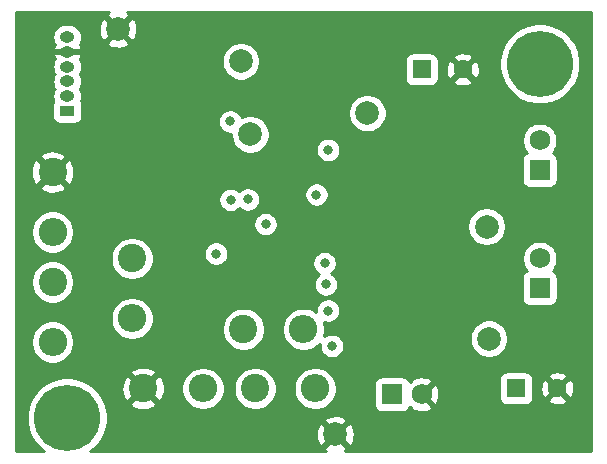
<source format=gbr>
%TF.GenerationSoftware,KiCad,Pcbnew,(5.1.10)-1*%
%TF.CreationDate,2021-08-14T12:20:45-07:00*%
%TF.ProjectId,EmitterDriverV2,456d6974-7465-4724-9472-697665725632,rev?*%
%TF.SameCoordinates,Original*%
%TF.FileFunction,Copper,L2,Inr*%
%TF.FilePolarity,Positive*%
%FSLAX46Y46*%
G04 Gerber Fmt 4.6, Leading zero omitted, Abs format (unit mm)*
G04 Created by KiCad (PCBNEW (5.1.10)-1) date 2021-08-14 12:20:45*
%MOMM*%
%LPD*%
G01*
G04 APERTURE LIST*
%TA.AperFunction,ComponentPad*%
%ADD10C,5.600000*%
%TD*%
%TA.AperFunction,ComponentPad*%
%ADD11R,1.600000X1.600000*%
%TD*%
%TA.AperFunction,ComponentPad*%
%ADD12C,1.600000*%
%TD*%
%TA.AperFunction,ComponentPad*%
%ADD13R,1.750000X1.750000*%
%TD*%
%TA.AperFunction,ComponentPad*%
%ADD14C,1.750000*%
%TD*%
%TA.AperFunction,ComponentPad*%
%ADD15O,1.250000X0.950000*%
%TD*%
%TA.AperFunction,ComponentPad*%
%ADD16R,1.250000X0.950000*%
%TD*%
%TA.AperFunction,ComponentPad*%
%ADD17C,2.400000*%
%TD*%
%TA.AperFunction,ComponentPad*%
%ADD18O,2.400000X2.400000*%
%TD*%
%TA.AperFunction,ComponentPad*%
%ADD19C,2.000000*%
%TD*%
%TA.AperFunction,ViaPad*%
%ADD20C,0.800000*%
%TD*%
%TA.AperFunction,Conductor*%
%ADD21C,0.254000*%
%TD*%
%TA.AperFunction,Conductor*%
%ADD22C,0.100000*%
%TD*%
G04 APERTURE END LIST*
D10*
%TO.N,N/C*%
%TO.C,REF\u002A\u002A*%
X75000000Y-45000000D03*
%TD*%
%TO.N,N/C*%
%TO.C,REF\u002A\u002A*%
X35000000Y-75000000D03*
%TD*%
D11*
%TO.N,+BATT*%
%TO.C,C1*%
X73000000Y-72500000D03*
D12*
%TO.N,GND*%
X76500000Y-72500000D03*
%TD*%
%TO.N,GND*%
%TO.C,C2*%
X68500000Y-45500000D03*
D11*
%TO.N,+BATT*%
X65000000Y-45500000D03*
%TD*%
D13*
%TO.N,Net-(D3-Pad1)*%
%TO.C,D3*%
X75000000Y-64000000D03*
D14*
%TO.N,+BATT*%
X75000000Y-61500000D03*
%TD*%
%TO.N,+BATT*%
%TO.C,D4*%
X75000000Y-51500000D03*
D13*
%TO.N,Net-(D4-Pad1)*%
X75000000Y-54000000D03*
%TD*%
D15*
%TO.N,N/C*%
%TO.C,J1*%
X35000000Y-42750000D03*
%TO.N,GND*%
X35000000Y-44000000D03*
%TO.N,/Mod2*%
X35000000Y-45250000D03*
%TO.N,/Mod1*%
X35000000Y-46500000D03*
%TO.N,/PWM*%
X35000000Y-47750000D03*
D16*
%TO.N,VCC*%
X35000000Y-49000000D03*
%TD*%
D14*
%TO.N,GND*%
%TO.C,J2*%
X65000000Y-73000000D03*
D13*
%TO.N,+BATT*%
X62500000Y-73000000D03*
%TD*%
D17*
%TO.N,Net-(R12-Pad2)*%
%TO.C,R8*%
X33760000Y-63500000D03*
D18*
%TO.N,Net-(Q4-Pad3)*%
X33760000Y-68580000D03*
%TD*%
%TO.N,Net-(Q4-Pad3)*%
%TO.C,R9*%
X40500000Y-66580000D03*
D17*
%TO.N,Net-(R12-Pad2)*%
X40500000Y-61500000D03*
%TD*%
D18*
%TO.N,Net-(Q5-Pad3)*%
%TO.C,R10*%
X56000000Y-72500000D03*
D17*
%TO.N,Net-(R10-Pad1)*%
X50920000Y-72500000D03*
%TD*%
D18*
%TO.N,Net-(Q5-Pad3)*%
%TO.C,R11*%
X55000000Y-67500000D03*
D17*
%TO.N,Net-(R10-Pad1)*%
X49920000Y-67500000D03*
%TD*%
%TO.N,GND*%
%TO.C,R12*%
X33760000Y-54185000D03*
D18*
%TO.N,Net-(R12-Pad2)*%
X33760000Y-59265000D03*
%TD*%
D17*
%TO.N,GND*%
%TO.C,R13*%
X41420000Y-72500000D03*
D18*
%TO.N,Net-(R10-Pad1)*%
X46500000Y-72500000D03*
%TD*%
D19*
%TO.N,+BATT*%
%TO.C,BATT*%
X60400000Y-49200000D03*
%TD*%
%TO.N,GND*%
%TO.C,GND*%
X57700000Y-76400000D03*
%TD*%
%TO.N,Net-(D1-Pad1)*%
%TO.C,TP3*%
X50500000Y-51000000D03*
%TD*%
%TO.N,Net-(D2-Pad1)*%
%TO.C,TP4*%
X49700000Y-44800000D03*
%TD*%
%TO.N,Net-(Q5-Pad3)*%
%TO.C,TP5*%
X70500000Y-58800000D03*
%TD*%
%TO.N,Net-(Q4-Pad3)*%
%TO.C,TP6*%
X70700000Y-68300000D03*
%TD*%
%TO.N,GND*%
%TO.C,GND*%
X39300000Y-42100000D03*
%TD*%
D20*
%TO.N,+BATT*%
X56100000Y-56100000D03*
%TO.N,GND*%
X41500000Y-54800000D03*
X43500000Y-51700000D03*
X43400000Y-46400000D03*
X56600000Y-48400000D03*
X52400000Y-56000000D03*
X47600000Y-63200000D03*
X52100000Y-52400000D03*
%TO.N,Net-(D1-Pad1)*%
X50300000Y-56500000D03*
X47600000Y-61100000D03*
%TO.N,Net-(D2-Pad1)*%
X57100000Y-52300000D03*
X56800000Y-61900000D03*
%TO.N,Net-(Q2-Pad3)*%
X48800000Y-49900000D03*
X48840000Y-56535000D03*
%TO.N,Net-(Q4-Pad1)*%
X56900000Y-63700000D03*
X51800000Y-58600000D03*
%TO.N,Net-(Q4-Pad3)*%
X57400000Y-68900000D03*
X57085751Y-65914249D03*
%TD*%
D21*
%TO.N,GND*%
X38439956Y-40700186D02*
X38344192Y-40964587D01*
X39300000Y-41920395D01*
X40255808Y-40964587D01*
X40160044Y-40700186D01*
X40077437Y-40660000D01*
X79340000Y-40660000D01*
X79340001Y-77840000D01*
X58484861Y-77840000D01*
X58560044Y-77799814D01*
X58655808Y-77535413D01*
X57700000Y-76579605D01*
X56744192Y-77535413D01*
X56839956Y-77799814D01*
X56922563Y-77840000D01*
X36932475Y-77840000D01*
X37189685Y-77668138D01*
X37668138Y-77189685D01*
X38044057Y-76627082D01*
X38112189Y-76462595D01*
X56058282Y-76462595D01*
X56102039Y-76781675D01*
X56207205Y-77086088D01*
X56300186Y-77260044D01*
X56564587Y-77355808D01*
X57520395Y-76400000D01*
X57879605Y-76400000D01*
X58835413Y-77355808D01*
X59099814Y-77260044D01*
X59240704Y-76970429D01*
X59322384Y-76658892D01*
X59341718Y-76337405D01*
X59297961Y-76018325D01*
X59192795Y-75713912D01*
X59099814Y-75539956D01*
X58835413Y-75444192D01*
X57879605Y-76400000D01*
X57520395Y-76400000D01*
X56564587Y-75444192D01*
X56300186Y-75539956D01*
X56159296Y-75829571D01*
X56077616Y-76141108D01*
X56058282Y-76462595D01*
X38112189Y-76462595D01*
X38302994Y-76001952D01*
X38435000Y-75338318D01*
X38435000Y-75264587D01*
X56744192Y-75264587D01*
X57700000Y-76220395D01*
X58655808Y-75264587D01*
X58560044Y-75000186D01*
X58270429Y-74859296D01*
X57958892Y-74777616D01*
X57637405Y-74758282D01*
X57318325Y-74802039D01*
X57013912Y-74907205D01*
X56839956Y-75000186D01*
X56744192Y-75264587D01*
X38435000Y-75264587D01*
X38435000Y-74661682D01*
X38302994Y-73998048D01*
X38211839Y-73777980D01*
X40321626Y-73777980D01*
X40441514Y-74062836D01*
X40765210Y-74223699D01*
X41114069Y-74318322D01*
X41474684Y-74343067D01*
X41833198Y-74296985D01*
X42175833Y-74181846D01*
X42398486Y-74062836D01*
X42518374Y-73777980D01*
X41420000Y-72679605D01*
X40321626Y-73777980D01*
X38211839Y-73777980D01*
X38044057Y-73372918D01*
X37668138Y-72810315D01*
X37412507Y-72554684D01*
X39576933Y-72554684D01*
X39623015Y-72913198D01*
X39738154Y-73255833D01*
X39857164Y-73478486D01*
X40142020Y-73598374D01*
X41240395Y-72500000D01*
X41599605Y-72500000D01*
X42697980Y-73598374D01*
X42982836Y-73478486D01*
X43143699Y-73154790D01*
X43238322Y-72805931D01*
X43263067Y-72445316D01*
X43246866Y-72319268D01*
X44665000Y-72319268D01*
X44665000Y-72680732D01*
X44735518Y-73035250D01*
X44873844Y-73369199D01*
X45074662Y-73669744D01*
X45330256Y-73925338D01*
X45630801Y-74126156D01*
X45964750Y-74264482D01*
X46319268Y-74335000D01*
X46680732Y-74335000D01*
X47035250Y-74264482D01*
X47369199Y-74126156D01*
X47669744Y-73925338D01*
X47925338Y-73669744D01*
X48126156Y-73369199D01*
X48264482Y-73035250D01*
X48335000Y-72680732D01*
X48335000Y-72319268D01*
X49085000Y-72319268D01*
X49085000Y-72680732D01*
X49155518Y-73035250D01*
X49293844Y-73369199D01*
X49494662Y-73669744D01*
X49750256Y-73925338D01*
X50050801Y-74126156D01*
X50384750Y-74264482D01*
X50739268Y-74335000D01*
X51100732Y-74335000D01*
X51455250Y-74264482D01*
X51789199Y-74126156D01*
X52089744Y-73925338D01*
X52345338Y-73669744D01*
X52546156Y-73369199D01*
X52684482Y-73035250D01*
X52755000Y-72680732D01*
X52755000Y-72319268D01*
X54165000Y-72319268D01*
X54165000Y-72680732D01*
X54235518Y-73035250D01*
X54373844Y-73369199D01*
X54574662Y-73669744D01*
X54830256Y-73925338D01*
X55130801Y-74126156D01*
X55464750Y-74264482D01*
X55819268Y-74335000D01*
X56180732Y-74335000D01*
X56535250Y-74264482D01*
X56869199Y-74126156D01*
X57169744Y-73925338D01*
X57425338Y-73669744D01*
X57626156Y-73369199D01*
X57764482Y-73035250D01*
X57835000Y-72680732D01*
X57835000Y-72319268D01*
X57796358Y-72125000D01*
X60986928Y-72125000D01*
X60986928Y-73875000D01*
X60999188Y-73999482D01*
X61035498Y-74119180D01*
X61094463Y-74229494D01*
X61173815Y-74326185D01*
X61270506Y-74405537D01*
X61380820Y-74464502D01*
X61500518Y-74500812D01*
X61625000Y-74513072D01*
X63375000Y-74513072D01*
X63499482Y-74500812D01*
X63619180Y-74464502D01*
X63729494Y-74405537D01*
X63826185Y-74326185D01*
X63905537Y-74229494D01*
X63964502Y-74119180D01*
X63966772Y-74111698D01*
X64017341Y-74162267D01*
X64133366Y-74046242D01*
X64214025Y-74297868D01*
X64482329Y-74426267D01*
X64770526Y-74499855D01*
X65067543Y-74515804D01*
X65361963Y-74473501D01*
X65642474Y-74374572D01*
X65785975Y-74297868D01*
X65866635Y-74046240D01*
X65000000Y-73179605D01*
X64985858Y-73193748D01*
X64806253Y-73014143D01*
X64820395Y-73000000D01*
X65179605Y-73000000D01*
X66046240Y-73866635D01*
X66297868Y-73785975D01*
X66426267Y-73517671D01*
X66499855Y-73229474D01*
X66515804Y-72932457D01*
X66473501Y-72638037D01*
X66374572Y-72357526D01*
X66297868Y-72214025D01*
X66046240Y-72133365D01*
X65179605Y-73000000D01*
X64820395Y-73000000D01*
X64806253Y-72985858D01*
X64985858Y-72806253D01*
X65000000Y-72820395D01*
X65866635Y-71953760D01*
X65785975Y-71702132D01*
X65781520Y-71700000D01*
X71561928Y-71700000D01*
X71561928Y-73300000D01*
X71574188Y-73424482D01*
X71610498Y-73544180D01*
X71669463Y-73654494D01*
X71748815Y-73751185D01*
X71845506Y-73830537D01*
X71955820Y-73889502D01*
X72075518Y-73925812D01*
X72200000Y-73938072D01*
X73800000Y-73938072D01*
X73924482Y-73925812D01*
X74044180Y-73889502D01*
X74154494Y-73830537D01*
X74251185Y-73751185D01*
X74330537Y-73654494D01*
X74389502Y-73544180D01*
X74405117Y-73492702D01*
X75686903Y-73492702D01*
X75758486Y-73736671D01*
X76013996Y-73857571D01*
X76288184Y-73926300D01*
X76570512Y-73940217D01*
X76850130Y-73898787D01*
X77116292Y-73803603D01*
X77241514Y-73736671D01*
X77313097Y-73492702D01*
X76500000Y-72679605D01*
X75686903Y-73492702D01*
X74405117Y-73492702D01*
X74425812Y-73424482D01*
X74438072Y-73300000D01*
X74438072Y-72570512D01*
X75059783Y-72570512D01*
X75101213Y-72850130D01*
X75196397Y-73116292D01*
X75263329Y-73241514D01*
X75507298Y-73313097D01*
X76320395Y-72500000D01*
X76679605Y-72500000D01*
X77492702Y-73313097D01*
X77736671Y-73241514D01*
X77857571Y-72986004D01*
X77926300Y-72711816D01*
X77940217Y-72429488D01*
X77898787Y-72149870D01*
X77803603Y-71883708D01*
X77736671Y-71758486D01*
X77492702Y-71686903D01*
X76679605Y-72500000D01*
X76320395Y-72500000D01*
X75507298Y-71686903D01*
X75263329Y-71758486D01*
X75142429Y-72013996D01*
X75073700Y-72288184D01*
X75059783Y-72570512D01*
X74438072Y-72570512D01*
X74438072Y-71700000D01*
X74425812Y-71575518D01*
X74405118Y-71507298D01*
X75686903Y-71507298D01*
X76500000Y-72320395D01*
X77313097Y-71507298D01*
X77241514Y-71263329D01*
X76986004Y-71142429D01*
X76711816Y-71073700D01*
X76429488Y-71059783D01*
X76149870Y-71101213D01*
X75883708Y-71196397D01*
X75758486Y-71263329D01*
X75686903Y-71507298D01*
X74405118Y-71507298D01*
X74389502Y-71455820D01*
X74330537Y-71345506D01*
X74251185Y-71248815D01*
X74154494Y-71169463D01*
X74044180Y-71110498D01*
X73924482Y-71074188D01*
X73800000Y-71061928D01*
X72200000Y-71061928D01*
X72075518Y-71074188D01*
X71955820Y-71110498D01*
X71845506Y-71169463D01*
X71748815Y-71248815D01*
X71669463Y-71345506D01*
X71610498Y-71455820D01*
X71574188Y-71575518D01*
X71561928Y-71700000D01*
X65781520Y-71700000D01*
X65517671Y-71573733D01*
X65229474Y-71500145D01*
X64932457Y-71484196D01*
X64638037Y-71526499D01*
X64357526Y-71625428D01*
X64214025Y-71702132D01*
X64133366Y-71953758D01*
X64017341Y-71837733D01*
X63966772Y-71888302D01*
X63964502Y-71880820D01*
X63905537Y-71770506D01*
X63826185Y-71673815D01*
X63729494Y-71594463D01*
X63619180Y-71535498D01*
X63499482Y-71499188D01*
X63375000Y-71486928D01*
X61625000Y-71486928D01*
X61500518Y-71499188D01*
X61380820Y-71535498D01*
X61270506Y-71594463D01*
X61173815Y-71673815D01*
X61094463Y-71770506D01*
X61035498Y-71880820D01*
X60999188Y-72000518D01*
X60986928Y-72125000D01*
X57796358Y-72125000D01*
X57764482Y-71964750D01*
X57626156Y-71630801D01*
X57425338Y-71330256D01*
X57169744Y-71074662D01*
X56869199Y-70873844D01*
X56535250Y-70735518D01*
X56180732Y-70665000D01*
X55819268Y-70665000D01*
X55464750Y-70735518D01*
X55130801Y-70873844D01*
X54830256Y-71074662D01*
X54574662Y-71330256D01*
X54373844Y-71630801D01*
X54235518Y-71964750D01*
X54165000Y-72319268D01*
X52755000Y-72319268D01*
X52684482Y-71964750D01*
X52546156Y-71630801D01*
X52345338Y-71330256D01*
X52089744Y-71074662D01*
X51789199Y-70873844D01*
X51455250Y-70735518D01*
X51100732Y-70665000D01*
X50739268Y-70665000D01*
X50384750Y-70735518D01*
X50050801Y-70873844D01*
X49750256Y-71074662D01*
X49494662Y-71330256D01*
X49293844Y-71630801D01*
X49155518Y-71964750D01*
X49085000Y-72319268D01*
X48335000Y-72319268D01*
X48264482Y-71964750D01*
X48126156Y-71630801D01*
X47925338Y-71330256D01*
X47669744Y-71074662D01*
X47369199Y-70873844D01*
X47035250Y-70735518D01*
X46680732Y-70665000D01*
X46319268Y-70665000D01*
X45964750Y-70735518D01*
X45630801Y-70873844D01*
X45330256Y-71074662D01*
X45074662Y-71330256D01*
X44873844Y-71630801D01*
X44735518Y-71964750D01*
X44665000Y-72319268D01*
X43246866Y-72319268D01*
X43216985Y-72086802D01*
X43101846Y-71744167D01*
X42982836Y-71521514D01*
X42697980Y-71401626D01*
X41599605Y-72500000D01*
X41240395Y-72500000D01*
X40142020Y-71401626D01*
X39857164Y-71521514D01*
X39696301Y-71845210D01*
X39601678Y-72194069D01*
X39576933Y-72554684D01*
X37412507Y-72554684D01*
X37189685Y-72331862D01*
X36627082Y-71955943D01*
X36001952Y-71697006D01*
X35338318Y-71565000D01*
X34661682Y-71565000D01*
X33998048Y-71697006D01*
X33372918Y-71955943D01*
X32810315Y-72331862D01*
X32331862Y-72810315D01*
X31955943Y-73372918D01*
X31697006Y-73998048D01*
X31565000Y-74661682D01*
X31565000Y-75338318D01*
X31697006Y-76001952D01*
X31955943Y-76627082D01*
X32331862Y-77189685D01*
X32810315Y-77668138D01*
X33067525Y-77840000D01*
X30660000Y-77840000D01*
X30660000Y-71222020D01*
X40321626Y-71222020D01*
X41420000Y-72320395D01*
X42518374Y-71222020D01*
X42398486Y-70937164D01*
X42074790Y-70776301D01*
X41725931Y-70681678D01*
X41365316Y-70656933D01*
X41006802Y-70703015D01*
X40664167Y-70818154D01*
X40441514Y-70937164D01*
X40321626Y-71222020D01*
X30660000Y-71222020D01*
X30660000Y-68399268D01*
X31925000Y-68399268D01*
X31925000Y-68760732D01*
X31995518Y-69115250D01*
X32133844Y-69449199D01*
X32334662Y-69749744D01*
X32590256Y-70005338D01*
X32890801Y-70206156D01*
X33224750Y-70344482D01*
X33579268Y-70415000D01*
X33940732Y-70415000D01*
X34295250Y-70344482D01*
X34629199Y-70206156D01*
X34929744Y-70005338D01*
X35185338Y-69749744D01*
X35386156Y-69449199D01*
X35524482Y-69115250D01*
X35595000Y-68760732D01*
X35595000Y-68399268D01*
X35524482Y-68044750D01*
X35386156Y-67710801D01*
X35185338Y-67410256D01*
X34929744Y-67154662D01*
X34629199Y-66953844D01*
X34295250Y-66815518D01*
X33940732Y-66745000D01*
X33579268Y-66745000D01*
X33224750Y-66815518D01*
X32890801Y-66953844D01*
X32590256Y-67154662D01*
X32334662Y-67410256D01*
X32133844Y-67710801D01*
X31995518Y-68044750D01*
X31925000Y-68399268D01*
X30660000Y-68399268D01*
X30660000Y-66399268D01*
X38665000Y-66399268D01*
X38665000Y-66760732D01*
X38735518Y-67115250D01*
X38873844Y-67449199D01*
X39074662Y-67749744D01*
X39330256Y-68005338D01*
X39630801Y-68206156D01*
X39964750Y-68344482D01*
X40319268Y-68415000D01*
X40680732Y-68415000D01*
X41035250Y-68344482D01*
X41369199Y-68206156D01*
X41669744Y-68005338D01*
X41925338Y-67749744D01*
X42126156Y-67449199D01*
X42179975Y-67319268D01*
X48085000Y-67319268D01*
X48085000Y-67680732D01*
X48155518Y-68035250D01*
X48293844Y-68369199D01*
X48494662Y-68669744D01*
X48750256Y-68925338D01*
X49050801Y-69126156D01*
X49384750Y-69264482D01*
X49739268Y-69335000D01*
X50100732Y-69335000D01*
X50455250Y-69264482D01*
X50789199Y-69126156D01*
X51089744Y-68925338D01*
X51345338Y-68669744D01*
X51546156Y-68369199D01*
X51684482Y-68035250D01*
X51755000Y-67680732D01*
X51755000Y-67319268D01*
X53165000Y-67319268D01*
X53165000Y-67680732D01*
X53235518Y-68035250D01*
X53373844Y-68369199D01*
X53574662Y-68669744D01*
X53830256Y-68925338D01*
X54130801Y-69126156D01*
X54464750Y-69264482D01*
X54819268Y-69335000D01*
X55180732Y-69335000D01*
X55535250Y-69264482D01*
X55869199Y-69126156D01*
X56169744Y-68925338D01*
X56381879Y-68713203D01*
X56365000Y-68798061D01*
X56365000Y-69001939D01*
X56404774Y-69201898D01*
X56482795Y-69390256D01*
X56596063Y-69559774D01*
X56740226Y-69703937D01*
X56909744Y-69817205D01*
X57098102Y-69895226D01*
X57298061Y-69935000D01*
X57501939Y-69935000D01*
X57701898Y-69895226D01*
X57890256Y-69817205D01*
X58059774Y-69703937D01*
X58203937Y-69559774D01*
X58317205Y-69390256D01*
X58395226Y-69201898D01*
X58435000Y-69001939D01*
X58435000Y-68798061D01*
X58395226Y-68598102D01*
X58317205Y-68409744D01*
X58203937Y-68240226D01*
X58102678Y-68138967D01*
X69065000Y-68138967D01*
X69065000Y-68461033D01*
X69127832Y-68776912D01*
X69251082Y-69074463D01*
X69430013Y-69342252D01*
X69657748Y-69569987D01*
X69925537Y-69748918D01*
X70223088Y-69872168D01*
X70538967Y-69935000D01*
X70861033Y-69935000D01*
X71176912Y-69872168D01*
X71474463Y-69748918D01*
X71742252Y-69569987D01*
X71969987Y-69342252D01*
X72148918Y-69074463D01*
X72272168Y-68776912D01*
X72335000Y-68461033D01*
X72335000Y-68138967D01*
X72272168Y-67823088D01*
X72148918Y-67525537D01*
X71969987Y-67257748D01*
X71742252Y-67030013D01*
X71474463Y-66851082D01*
X71176912Y-66727832D01*
X70861033Y-66665000D01*
X70538967Y-66665000D01*
X70223088Y-66727832D01*
X69925537Y-66851082D01*
X69657748Y-67030013D01*
X69430013Y-67257748D01*
X69251082Y-67525537D01*
X69127832Y-67823088D01*
X69065000Y-68138967D01*
X58102678Y-68138967D01*
X58059774Y-68096063D01*
X57890256Y-67982795D01*
X57701898Y-67904774D01*
X57501939Y-67865000D01*
X57298061Y-67865000D01*
X57098102Y-67904774D01*
X56909744Y-67982795D01*
X56740226Y-68096063D01*
X56738632Y-68097657D01*
X56764482Y-68035250D01*
X56835000Y-67680732D01*
X56835000Y-67319268D01*
X56764482Y-66964750D01*
X56732833Y-66888342D01*
X56783853Y-66909475D01*
X56983812Y-66949249D01*
X57187690Y-66949249D01*
X57387649Y-66909475D01*
X57576007Y-66831454D01*
X57745525Y-66718186D01*
X57889688Y-66574023D01*
X58002956Y-66404505D01*
X58080977Y-66216147D01*
X58120751Y-66016188D01*
X58120751Y-65812310D01*
X58080977Y-65612351D01*
X58002956Y-65423993D01*
X57889688Y-65254475D01*
X57745525Y-65110312D01*
X57576007Y-64997044D01*
X57387649Y-64919023D01*
X57187690Y-64879249D01*
X56983812Y-64879249D01*
X56783853Y-64919023D01*
X56595495Y-64997044D01*
X56425977Y-65110312D01*
X56281814Y-65254475D01*
X56168546Y-65423993D01*
X56090525Y-65612351D01*
X56050751Y-65812310D01*
X56050751Y-65995153D01*
X55869199Y-65873844D01*
X55535250Y-65735518D01*
X55180732Y-65665000D01*
X54819268Y-65665000D01*
X54464750Y-65735518D01*
X54130801Y-65873844D01*
X53830256Y-66074662D01*
X53574662Y-66330256D01*
X53373844Y-66630801D01*
X53235518Y-66964750D01*
X53165000Y-67319268D01*
X51755000Y-67319268D01*
X51684482Y-66964750D01*
X51546156Y-66630801D01*
X51345338Y-66330256D01*
X51089744Y-66074662D01*
X50789199Y-65873844D01*
X50455250Y-65735518D01*
X50100732Y-65665000D01*
X49739268Y-65665000D01*
X49384750Y-65735518D01*
X49050801Y-65873844D01*
X48750256Y-66074662D01*
X48494662Y-66330256D01*
X48293844Y-66630801D01*
X48155518Y-66964750D01*
X48085000Y-67319268D01*
X42179975Y-67319268D01*
X42264482Y-67115250D01*
X42335000Y-66760732D01*
X42335000Y-66399268D01*
X42264482Y-66044750D01*
X42126156Y-65710801D01*
X41925338Y-65410256D01*
X41669744Y-65154662D01*
X41369199Y-64953844D01*
X41035250Y-64815518D01*
X40680732Y-64745000D01*
X40319268Y-64745000D01*
X39964750Y-64815518D01*
X39630801Y-64953844D01*
X39330256Y-65154662D01*
X39074662Y-65410256D01*
X38873844Y-65710801D01*
X38735518Y-66044750D01*
X38665000Y-66399268D01*
X30660000Y-66399268D01*
X30660000Y-63319268D01*
X31925000Y-63319268D01*
X31925000Y-63680732D01*
X31995518Y-64035250D01*
X32133844Y-64369199D01*
X32334662Y-64669744D01*
X32590256Y-64925338D01*
X32890801Y-65126156D01*
X33224750Y-65264482D01*
X33579268Y-65335000D01*
X33940732Y-65335000D01*
X34295250Y-65264482D01*
X34629199Y-65126156D01*
X34929744Y-64925338D01*
X35185338Y-64669744D01*
X35386156Y-64369199D01*
X35524482Y-64035250D01*
X35595000Y-63680732D01*
X35595000Y-63319268D01*
X35524482Y-62964750D01*
X35386156Y-62630801D01*
X35185338Y-62330256D01*
X34929744Y-62074662D01*
X34629199Y-61873844D01*
X34295250Y-61735518D01*
X33940732Y-61665000D01*
X33579268Y-61665000D01*
X33224750Y-61735518D01*
X32890801Y-61873844D01*
X32590256Y-62074662D01*
X32334662Y-62330256D01*
X32133844Y-62630801D01*
X31995518Y-62964750D01*
X31925000Y-63319268D01*
X30660000Y-63319268D01*
X30660000Y-61319268D01*
X38665000Y-61319268D01*
X38665000Y-61680732D01*
X38735518Y-62035250D01*
X38873844Y-62369199D01*
X39074662Y-62669744D01*
X39330256Y-62925338D01*
X39630801Y-63126156D01*
X39964750Y-63264482D01*
X40319268Y-63335000D01*
X40680732Y-63335000D01*
X41035250Y-63264482D01*
X41369199Y-63126156D01*
X41669744Y-62925338D01*
X41925338Y-62669744D01*
X42126156Y-62369199D01*
X42264482Y-62035250D01*
X42335000Y-61680732D01*
X42335000Y-61319268D01*
X42271108Y-60998061D01*
X46565000Y-60998061D01*
X46565000Y-61201939D01*
X46604774Y-61401898D01*
X46682795Y-61590256D01*
X46796063Y-61759774D01*
X46940226Y-61903937D01*
X47109744Y-62017205D01*
X47298102Y-62095226D01*
X47498061Y-62135000D01*
X47701939Y-62135000D01*
X47901898Y-62095226D01*
X48090256Y-62017205D01*
X48259774Y-61903937D01*
X48365650Y-61798061D01*
X55765000Y-61798061D01*
X55765000Y-62001939D01*
X55804774Y-62201898D01*
X55882795Y-62390256D01*
X55996063Y-62559774D01*
X56140226Y-62703937D01*
X56309744Y-62817205D01*
X56339685Y-62829607D01*
X56240226Y-62896063D01*
X56096063Y-63040226D01*
X55982795Y-63209744D01*
X55904774Y-63398102D01*
X55865000Y-63598061D01*
X55865000Y-63801939D01*
X55904774Y-64001898D01*
X55982795Y-64190256D01*
X56096063Y-64359774D01*
X56240226Y-64503937D01*
X56409744Y-64617205D01*
X56598102Y-64695226D01*
X56798061Y-64735000D01*
X57001939Y-64735000D01*
X57201898Y-64695226D01*
X57390256Y-64617205D01*
X57559774Y-64503937D01*
X57703937Y-64359774D01*
X57817205Y-64190256D01*
X57895226Y-64001898D01*
X57935000Y-63801939D01*
X57935000Y-63598061D01*
X57895226Y-63398102D01*
X57817205Y-63209744D01*
X57760582Y-63125000D01*
X73486928Y-63125000D01*
X73486928Y-64875000D01*
X73499188Y-64999482D01*
X73535498Y-65119180D01*
X73594463Y-65229494D01*
X73673815Y-65326185D01*
X73770506Y-65405537D01*
X73880820Y-65464502D01*
X74000518Y-65500812D01*
X74125000Y-65513072D01*
X75875000Y-65513072D01*
X75999482Y-65500812D01*
X76119180Y-65464502D01*
X76229494Y-65405537D01*
X76326185Y-65326185D01*
X76405537Y-65229494D01*
X76464502Y-65119180D01*
X76500812Y-64999482D01*
X76513072Y-64875000D01*
X76513072Y-63125000D01*
X76500812Y-63000518D01*
X76464502Y-62880820D01*
X76405537Y-62770506D01*
X76326185Y-62673815D01*
X76229494Y-62594463D01*
X76119180Y-62535498D01*
X76104436Y-62531026D01*
X76172893Y-62462569D01*
X76338144Y-62215253D01*
X76451971Y-61940451D01*
X76510000Y-61648722D01*
X76510000Y-61351278D01*
X76451971Y-61059549D01*
X76338144Y-60784747D01*
X76172893Y-60537431D01*
X75962569Y-60327107D01*
X75715253Y-60161856D01*
X75440451Y-60048029D01*
X75148722Y-59990000D01*
X74851278Y-59990000D01*
X74559549Y-60048029D01*
X74284747Y-60161856D01*
X74037431Y-60327107D01*
X73827107Y-60537431D01*
X73661856Y-60784747D01*
X73548029Y-61059549D01*
X73490000Y-61351278D01*
X73490000Y-61648722D01*
X73548029Y-61940451D01*
X73661856Y-62215253D01*
X73827107Y-62462569D01*
X73895564Y-62531026D01*
X73880820Y-62535498D01*
X73770506Y-62594463D01*
X73673815Y-62673815D01*
X73594463Y-62770506D01*
X73535498Y-62880820D01*
X73499188Y-63000518D01*
X73486928Y-63125000D01*
X57760582Y-63125000D01*
X57703937Y-63040226D01*
X57559774Y-62896063D01*
X57390256Y-62782795D01*
X57360315Y-62770393D01*
X57459774Y-62703937D01*
X57603937Y-62559774D01*
X57717205Y-62390256D01*
X57795226Y-62201898D01*
X57835000Y-62001939D01*
X57835000Y-61798061D01*
X57795226Y-61598102D01*
X57717205Y-61409744D01*
X57603937Y-61240226D01*
X57459774Y-61096063D01*
X57290256Y-60982795D01*
X57101898Y-60904774D01*
X56901939Y-60865000D01*
X56698061Y-60865000D01*
X56498102Y-60904774D01*
X56309744Y-60982795D01*
X56140226Y-61096063D01*
X55996063Y-61240226D01*
X55882795Y-61409744D01*
X55804774Y-61598102D01*
X55765000Y-61798061D01*
X48365650Y-61798061D01*
X48403937Y-61759774D01*
X48517205Y-61590256D01*
X48595226Y-61401898D01*
X48635000Y-61201939D01*
X48635000Y-60998061D01*
X48595226Y-60798102D01*
X48517205Y-60609744D01*
X48403937Y-60440226D01*
X48259774Y-60296063D01*
X48090256Y-60182795D01*
X47901898Y-60104774D01*
X47701939Y-60065000D01*
X47498061Y-60065000D01*
X47298102Y-60104774D01*
X47109744Y-60182795D01*
X46940226Y-60296063D01*
X46796063Y-60440226D01*
X46682795Y-60609744D01*
X46604774Y-60798102D01*
X46565000Y-60998061D01*
X42271108Y-60998061D01*
X42264482Y-60964750D01*
X42126156Y-60630801D01*
X41925338Y-60330256D01*
X41669744Y-60074662D01*
X41369199Y-59873844D01*
X41035250Y-59735518D01*
X40680732Y-59665000D01*
X40319268Y-59665000D01*
X39964750Y-59735518D01*
X39630801Y-59873844D01*
X39330256Y-60074662D01*
X39074662Y-60330256D01*
X38873844Y-60630801D01*
X38735518Y-60964750D01*
X38665000Y-61319268D01*
X30660000Y-61319268D01*
X30660000Y-59084268D01*
X31925000Y-59084268D01*
X31925000Y-59445732D01*
X31995518Y-59800250D01*
X32133844Y-60134199D01*
X32334662Y-60434744D01*
X32590256Y-60690338D01*
X32890801Y-60891156D01*
X33224750Y-61029482D01*
X33579268Y-61100000D01*
X33940732Y-61100000D01*
X34295250Y-61029482D01*
X34629199Y-60891156D01*
X34929744Y-60690338D01*
X35185338Y-60434744D01*
X35386156Y-60134199D01*
X35524482Y-59800250D01*
X35595000Y-59445732D01*
X35595000Y-59084268D01*
X35524482Y-58729750D01*
X35428514Y-58498061D01*
X50765000Y-58498061D01*
X50765000Y-58701939D01*
X50804774Y-58901898D01*
X50882795Y-59090256D01*
X50996063Y-59259774D01*
X51140226Y-59403937D01*
X51309744Y-59517205D01*
X51498102Y-59595226D01*
X51698061Y-59635000D01*
X51901939Y-59635000D01*
X52101898Y-59595226D01*
X52290256Y-59517205D01*
X52459774Y-59403937D01*
X52603937Y-59259774D01*
X52717205Y-59090256D01*
X52795226Y-58901898D01*
X52835000Y-58701939D01*
X52835000Y-58638967D01*
X68865000Y-58638967D01*
X68865000Y-58961033D01*
X68927832Y-59276912D01*
X69051082Y-59574463D01*
X69230013Y-59842252D01*
X69457748Y-60069987D01*
X69725537Y-60248918D01*
X70023088Y-60372168D01*
X70338967Y-60435000D01*
X70661033Y-60435000D01*
X70976912Y-60372168D01*
X71274463Y-60248918D01*
X71542252Y-60069987D01*
X71769987Y-59842252D01*
X71948918Y-59574463D01*
X72072168Y-59276912D01*
X72135000Y-58961033D01*
X72135000Y-58638967D01*
X72072168Y-58323088D01*
X71948918Y-58025537D01*
X71769987Y-57757748D01*
X71542252Y-57530013D01*
X71274463Y-57351082D01*
X70976912Y-57227832D01*
X70661033Y-57165000D01*
X70338967Y-57165000D01*
X70023088Y-57227832D01*
X69725537Y-57351082D01*
X69457748Y-57530013D01*
X69230013Y-57757748D01*
X69051082Y-58025537D01*
X68927832Y-58323088D01*
X68865000Y-58638967D01*
X52835000Y-58638967D01*
X52835000Y-58498061D01*
X52795226Y-58298102D01*
X52717205Y-58109744D01*
X52603937Y-57940226D01*
X52459774Y-57796063D01*
X52290256Y-57682795D01*
X52101898Y-57604774D01*
X51901939Y-57565000D01*
X51698061Y-57565000D01*
X51498102Y-57604774D01*
X51309744Y-57682795D01*
X51140226Y-57796063D01*
X50996063Y-57940226D01*
X50882795Y-58109744D01*
X50804774Y-58298102D01*
X50765000Y-58498061D01*
X35428514Y-58498061D01*
X35386156Y-58395801D01*
X35185338Y-58095256D01*
X34929744Y-57839662D01*
X34629199Y-57638844D01*
X34295250Y-57500518D01*
X33940732Y-57430000D01*
X33579268Y-57430000D01*
X33224750Y-57500518D01*
X32890801Y-57638844D01*
X32590256Y-57839662D01*
X32334662Y-58095256D01*
X32133844Y-58395801D01*
X31995518Y-58729750D01*
X31925000Y-59084268D01*
X30660000Y-59084268D01*
X30660000Y-56433061D01*
X47805000Y-56433061D01*
X47805000Y-56636939D01*
X47844774Y-56836898D01*
X47922795Y-57025256D01*
X48036063Y-57194774D01*
X48180226Y-57338937D01*
X48349744Y-57452205D01*
X48538102Y-57530226D01*
X48738061Y-57570000D01*
X48941939Y-57570000D01*
X49141898Y-57530226D01*
X49330256Y-57452205D01*
X49499774Y-57338937D01*
X49587500Y-57251211D01*
X49640226Y-57303937D01*
X49809744Y-57417205D01*
X49998102Y-57495226D01*
X50198061Y-57535000D01*
X50401939Y-57535000D01*
X50601898Y-57495226D01*
X50790256Y-57417205D01*
X50959774Y-57303937D01*
X51103937Y-57159774D01*
X51217205Y-56990256D01*
X51295226Y-56801898D01*
X51335000Y-56601939D01*
X51335000Y-56398061D01*
X51295226Y-56198102D01*
X51217205Y-56009744D01*
X51209399Y-55998061D01*
X55065000Y-55998061D01*
X55065000Y-56201939D01*
X55104774Y-56401898D01*
X55182795Y-56590256D01*
X55296063Y-56759774D01*
X55440226Y-56903937D01*
X55609744Y-57017205D01*
X55798102Y-57095226D01*
X55998061Y-57135000D01*
X56201939Y-57135000D01*
X56401898Y-57095226D01*
X56590256Y-57017205D01*
X56759774Y-56903937D01*
X56903937Y-56759774D01*
X57017205Y-56590256D01*
X57095226Y-56401898D01*
X57135000Y-56201939D01*
X57135000Y-55998061D01*
X57095226Y-55798102D01*
X57017205Y-55609744D01*
X56903937Y-55440226D01*
X56759774Y-55296063D01*
X56590256Y-55182795D01*
X56401898Y-55104774D01*
X56201939Y-55065000D01*
X55998061Y-55065000D01*
X55798102Y-55104774D01*
X55609744Y-55182795D01*
X55440226Y-55296063D01*
X55296063Y-55440226D01*
X55182795Y-55609744D01*
X55104774Y-55798102D01*
X55065000Y-55998061D01*
X51209399Y-55998061D01*
X51103937Y-55840226D01*
X50959774Y-55696063D01*
X50790256Y-55582795D01*
X50601898Y-55504774D01*
X50401939Y-55465000D01*
X50198061Y-55465000D01*
X49998102Y-55504774D01*
X49809744Y-55582795D01*
X49640226Y-55696063D01*
X49552500Y-55783789D01*
X49499774Y-55731063D01*
X49330256Y-55617795D01*
X49141898Y-55539774D01*
X48941939Y-55500000D01*
X48738061Y-55500000D01*
X48538102Y-55539774D01*
X48349744Y-55617795D01*
X48180226Y-55731063D01*
X48036063Y-55875226D01*
X47922795Y-56044744D01*
X47844774Y-56233102D01*
X47805000Y-56433061D01*
X30660000Y-56433061D01*
X30660000Y-55462980D01*
X32661626Y-55462980D01*
X32781514Y-55747836D01*
X33105210Y-55908699D01*
X33454069Y-56003322D01*
X33814684Y-56028067D01*
X34173198Y-55981985D01*
X34515833Y-55866846D01*
X34738486Y-55747836D01*
X34858374Y-55462980D01*
X33760000Y-54364605D01*
X32661626Y-55462980D01*
X30660000Y-55462980D01*
X30660000Y-54239684D01*
X31916933Y-54239684D01*
X31963015Y-54598198D01*
X32078154Y-54940833D01*
X32197164Y-55163486D01*
X32482020Y-55283374D01*
X33580395Y-54185000D01*
X33939605Y-54185000D01*
X35037980Y-55283374D01*
X35322836Y-55163486D01*
X35483699Y-54839790D01*
X35578322Y-54490931D01*
X35603067Y-54130316D01*
X35556985Y-53771802D01*
X35441846Y-53429167D01*
X35322836Y-53206514D01*
X35037980Y-53086626D01*
X33939605Y-54185000D01*
X33580395Y-54185000D01*
X32482020Y-53086626D01*
X32197164Y-53206514D01*
X32036301Y-53530210D01*
X31941678Y-53879069D01*
X31916933Y-54239684D01*
X30660000Y-54239684D01*
X30660000Y-52907020D01*
X32661626Y-52907020D01*
X33760000Y-54005395D01*
X34858374Y-52907020D01*
X34738486Y-52622164D01*
X34414790Y-52461301D01*
X34065931Y-52366678D01*
X33705316Y-52341933D01*
X33346802Y-52388015D01*
X33004167Y-52503154D01*
X32781514Y-52622164D01*
X32661626Y-52907020D01*
X30660000Y-52907020D01*
X30660000Y-45250000D01*
X33734630Y-45250000D01*
X33756062Y-45467598D01*
X33819532Y-45676834D01*
X33922604Y-45869666D01*
X33926981Y-45875000D01*
X33922604Y-45880334D01*
X33819532Y-46073166D01*
X33756062Y-46282402D01*
X33734630Y-46500000D01*
X33756062Y-46717598D01*
X33819532Y-46926834D01*
X33922604Y-47119666D01*
X33926981Y-47125000D01*
X33922604Y-47130334D01*
X33819532Y-47323166D01*
X33756062Y-47532402D01*
X33734630Y-47750000D01*
X33756062Y-47967598D01*
X33819532Y-48176834D01*
X33830306Y-48196991D01*
X33785498Y-48280820D01*
X33749188Y-48400518D01*
X33736928Y-48525000D01*
X33736928Y-49475000D01*
X33749188Y-49599482D01*
X33785498Y-49719180D01*
X33844463Y-49829494D01*
X33923815Y-49926185D01*
X34020506Y-50005537D01*
X34130820Y-50064502D01*
X34250518Y-50100812D01*
X34375000Y-50113072D01*
X35625000Y-50113072D01*
X35749482Y-50100812D01*
X35869180Y-50064502D01*
X35979494Y-50005537D01*
X36076185Y-49926185D01*
X36155537Y-49829494D01*
X36172338Y-49798061D01*
X47765000Y-49798061D01*
X47765000Y-50001939D01*
X47804774Y-50201898D01*
X47882795Y-50390256D01*
X47996063Y-50559774D01*
X48140226Y-50703937D01*
X48309744Y-50817205D01*
X48498102Y-50895226D01*
X48698061Y-50935000D01*
X48865000Y-50935000D01*
X48865000Y-51161033D01*
X48927832Y-51476912D01*
X49051082Y-51774463D01*
X49230013Y-52042252D01*
X49457748Y-52269987D01*
X49725537Y-52448918D01*
X50023088Y-52572168D01*
X50338967Y-52635000D01*
X50661033Y-52635000D01*
X50976912Y-52572168D01*
X51274463Y-52448918D01*
X51542252Y-52269987D01*
X51614178Y-52198061D01*
X56065000Y-52198061D01*
X56065000Y-52401939D01*
X56104774Y-52601898D01*
X56182795Y-52790256D01*
X56296063Y-52959774D01*
X56440226Y-53103937D01*
X56609744Y-53217205D01*
X56798102Y-53295226D01*
X56998061Y-53335000D01*
X57201939Y-53335000D01*
X57401898Y-53295226D01*
X57590256Y-53217205D01*
X57728250Y-53125000D01*
X73486928Y-53125000D01*
X73486928Y-54875000D01*
X73499188Y-54999482D01*
X73535498Y-55119180D01*
X73594463Y-55229494D01*
X73673815Y-55326185D01*
X73770506Y-55405537D01*
X73880820Y-55464502D01*
X74000518Y-55500812D01*
X74125000Y-55513072D01*
X75875000Y-55513072D01*
X75999482Y-55500812D01*
X76119180Y-55464502D01*
X76229494Y-55405537D01*
X76326185Y-55326185D01*
X76405537Y-55229494D01*
X76464502Y-55119180D01*
X76500812Y-54999482D01*
X76513072Y-54875000D01*
X76513072Y-53125000D01*
X76500812Y-53000518D01*
X76464502Y-52880820D01*
X76405537Y-52770506D01*
X76326185Y-52673815D01*
X76229494Y-52594463D01*
X76119180Y-52535498D01*
X76104436Y-52531026D01*
X76172893Y-52462569D01*
X76338144Y-52215253D01*
X76451971Y-51940451D01*
X76510000Y-51648722D01*
X76510000Y-51351278D01*
X76451971Y-51059549D01*
X76338144Y-50784747D01*
X76172893Y-50537431D01*
X75962569Y-50327107D01*
X75715253Y-50161856D01*
X75440451Y-50048029D01*
X75148722Y-49990000D01*
X74851278Y-49990000D01*
X74559549Y-50048029D01*
X74284747Y-50161856D01*
X74037431Y-50327107D01*
X73827107Y-50537431D01*
X73661856Y-50784747D01*
X73548029Y-51059549D01*
X73490000Y-51351278D01*
X73490000Y-51648722D01*
X73548029Y-51940451D01*
X73661856Y-52215253D01*
X73827107Y-52462569D01*
X73895564Y-52531026D01*
X73880820Y-52535498D01*
X73770506Y-52594463D01*
X73673815Y-52673815D01*
X73594463Y-52770506D01*
X73535498Y-52880820D01*
X73499188Y-53000518D01*
X73486928Y-53125000D01*
X57728250Y-53125000D01*
X57759774Y-53103937D01*
X57903937Y-52959774D01*
X58017205Y-52790256D01*
X58095226Y-52601898D01*
X58135000Y-52401939D01*
X58135000Y-52198061D01*
X58095226Y-51998102D01*
X58017205Y-51809744D01*
X57903937Y-51640226D01*
X57759774Y-51496063D01*
X57590256Y-51382795D01*
X57401898Y-51304774D01*
X57201939Y-51265000D01*
X56998061Y-51265000D01*
X56798102Y-51304774D01*
X56609744Y-51382795D01*
X56440226Y-51496063D01*
X56296063Y-51640226D01*
X56182795Y-51809744D01*
X56104774Y-51998102D01*
X56065000Y-52198061D01*
X51614178Y-52198061D01*
X51769987Y-52042252D01*
X51948918Y-51774463D01*
X52072168Y-51476912D01*
X52135000Y-51161033D01*
X52135000Y-50838967D01*
X52072168Y-50523088D01*
X51948918Y-50225537D01*
X51769987Y-49957748D01*
X51542252Y-49730013D01*
X51274463Y-49551082D01*
X50976912Y-49427832D01*
X50661033Y-49365000D01*
X50338967Y-49365000D01*
X50023088Y-49427832D01*
X49768396Y-49533329D01*
X49717205Y-49409744D01*
X49603937Y-49240226D01*
X49459774Y-49096063D01*
X49374324Y-49038967D01*
X58765000Y-49038967D01*
X58765000Y-49361033D01*
X58827832Y-49676912D01*
X58951082Y-49974463D01*
X59130013Y-50242252D01*
X59357748Y-50469987D01*
X59625537Y-50648918D01*
X59923088Y-50772168D01*
X60238967Y-50835000D01*
X60561033Y-50835000D01*
X60876912Y-50772168D01*
X61174463Y-50648918D01*
X61442252Y-50469987D01*
X61669987Y-50242252D01*
X61848918Y-49974463D01*
X61972168Y-49676912D01*
X62035000Y-49361033D01*
X62035000Y-49038967D01*
X61972168Y-48723088D01*
X61848918Y-48425537D01*
X61669987Y-48157748D01*
X61442252Y-47930013D01*
X61174463Y-47751082D01*
X60876912Y-47627832D01*
X60561033Y-47565000D01*
X60238967Y-47565000D01*
X59923088Y-47627832D01*
X59625537Y-47751082D01*
X59357748Y-47930013D01*
X59130013Y-48157748D01*
X58951082Y-48425537D01*
X58827832Y-48723088D01*
X58765000Y-49038967D01*
X49374324Y-49038967D01*
X49290256Y-48982795D01*
X49101898Y-48904774D01*
X48901939Y-48865000D01*
X48698061Y-48865000D01*
X48498102Y-48904774D01*
X48309744Y-48982795D01*
X48140226Y-49096063D01*
X47996063Y-49240226D01*
X47882795Y-49409744D01*
X47804774Y-49598102D01*
X47765000Y-49798061D01*
X36172338Y-49798061D01*
X36214502Y-49719180D01*
X36250812Y-49599482D01*
X36263072Y-49475000D01*
X36263072Y-48525000D01*
X36250812Y-48400518D01*
X36214502Y-48280820D01*
X36169694Y-48196991D01*
X36180468Y-48176834D01*
X36243938Y-47967598D01*
X36265370Y-47750000D01*
X36243938Y-47532402D01*
X36180468Y-47323166D01*
X36077396Y-47130334D01*
X36073019Y-47125000D01*
X36077396Y-47119666D01*
X36180468Y-46926834D01*
X36243938Y-46717598D01*
X36265370Y-46500000D01*
X36243938Y-46282402D01*
X36180468Y-46073166D01*
X36077396Y-45880334D01*
X36073019Y-45875000D01*
X36077396Y-45869666D01*
X36180468Y-45676834D01*
X36243938Y-45467598D01*
X36265370Y-45250000D01*
X36243938Y-45032402D01*
X36180468Y-44823166D01*
X36082011Y-44638967D01*
X48065000Y-44638967D01*
X48065000Y-44961033D01*
X48127832Y-45276912D01*
X48251082Y-45574463D01*
X48430013Y-45842252D01*
X48657748Y-46069987D01*
X48925537Y-46248918D01*
X49223088Y-46372168D01*
X49538967Y-46435000D01*
X49861033Y-46435000D01*
X50176912Y-46372168D01*
X50474463Y-46248918D01*
X50742252Y-46069987D01*
X50969987Y-45842252D01*
X51148918Y-45574463D01*
X51272168Y-45276912D01*
X51335000Y-44961033D01*
X51335000Y-44700000D01*
X63561928Y-44700000D01*
X63561928Y-46300000D01*
X63574188Y-46424482D01*
X63610498Y-46544180D01*
X63669463Y-46654494D01*
X63748815Y-46751185D01*
X63845506Y-46830537D01*
X63955820Y-46889502D01*
X64075518Y-46925812D01*
X64200000Y-46938072D01*
X65800000Y-46938072D01*
X65924482Y-46925812D01*
X66044180Y-46889502D01*
X66154494Y-46830537D01*
X66251185Y-46751185D01*
X66330537Y-46654494D01*
X66389502Y-46544180D01*
X66405117Y-46492702D01*
X67686903Y-46492702D01*
X67758486Y-46736671D01*
X68013996Y-46857571D01*
X68288184Y-46926300D01*
X68570512Y-46940217D01*
X68850130Y-46898787D01*
X69116292Y-46803603D01*
X69241514Y-46736671D01*
X69313097Y-46492702D01*
X68500000Y-45679605D01*
X67686903Y-46492702D01*
X66405117Y-46492702D01*
X66425812Y-46424482D01*
X66438072Y-46300000D01*
X66438072Y-45570512D01*
X67059783Y-45570512D01*
X67101213Y-45850130D01*
X67196397Y-46116292D01*
X67263329Y-46241514D01*
X67507298Y-46313097D01*
X68320395Y-45500000D01*
X68679605Y-45500000D01*
X69492702Y-46313097D01*
X69736671Y-46241514D01*
X69857571Y-45986004D01*
X69926300Y-45711816D01*
X69940217Y-45429488D01*
X69898787Y-45149870D01*
X69803603Y-44883708D01*
X69736671Y-44758486D01*
X69492702Y-44686903D01*
X68679605Y-45500000D01*
X68320395Y-45500000D01*
X67507298Y-44686903D01*
X67263329Y-44758486D01*
X67142429Y-45013996D01*
X67073700Y-45288184D01*
X67059783Y-45570512D01*
X66438072Y-45570512D01*
X66438072Y-44700000D01*
X66425812Y-44575518D01*
X66405118Y-44507298D01*
X67686903Y-44507298D01*
X68500000Y-45320395D01*
X69158713Y-44661682D01*
X71565000Y-44661682D01*
X71565000Y-45338318D01*
X71697006Y-46001952D01*
X71955943Y-46627082D01*
X72331862Y-47189685D01*
X72810315Y-47668138D01*
X73372918Y-48044057D01*
X73998048Y-48302994D01*
X74661682Y-48435000D01*
X75338318Y-48435000D01*
X76001952Y-48302994D01*
X76627082Y-48044057D01*
X77189685Y-47668138D01*
X77668138Y-47189685D01*
X78044057Y-46627082D01*
X78302994Y-46001952D01*
X78435000Y-45338318D01*
X78435000Y-44661682D01*
X78302994Y-43998048D01*
X78044057Y-43372918D01*
X77668138Y-42810315D01*
X77189685Y-42331862D01*
X76627082Y-41955943D01*
X76001952Y-41697006D01*
X75338318Y-41565000D01*
X74661682Y-41565000D01*
X73998048Y-41697006D01*
X73372918Y-41955943D01*
X72810315Y-42331862D01*
X72331862Y-42810315D01*
X71955943Y-43372918D01*
X71697006Y-43998048D01*
X71565000Y-44661682D01*
X69158713Y-44661682D01*
X69313097Y-44507298D01*
X69241514Y-44263329D01*
X68986004Y-44142429D01*
X68711816Y-44073700D01*
X68429488Y-44059783D01*
X68149870Y-44101213D01*
X67883708Y-44196397D01*
X67758486Y-44263329D01*
X67686903Y-44507298D01*
X66405118Y-44507298D01*
X66389502Y-44455820D01*
X66330537Y-44345506D01*
X66251185Y-44248815D01*
X66154494Y-44169463D01*
X66044180Y-44110498D01*
X65924482Y-44074188D01*
X65800000Y-44061928D01*
X64200000Y-44061928D01*
X64075518Y-44074188D01*
X63955820Y-44110498D01*
X63845506Y-44169463D01*
X63748815Y-44248815D01*
X63669463Y-44345506D01*
X63610498Y-44455820D01*
X63574188Y-44575518D01*
X63561928Y-44700000D01*
X51335000Y-44700000D01*
X51335000Y-44638967D01*
X51272168Y-44323088D01*
X51148918Y-44025537D01*
X50969987Y-43757748D01*
X50742252Y-43530013D01*
X50474463Y-43351082D01*
X50176912Y-43227832D01*
X49861033Y-43165000D01*
X49538967Y-43165000D01*
X49223088Y-43227832D01*
X48925537Y-43351082D01*
X48657748Y-43530013D01*
X48430013Y-43757748D01*
X48251082Y-44025537D01*
X48127832Y-44323088D01*
X48065000Y-44638967D01*
X36082011Y-44638967D01*
X36077396Y-44630334D01*
X36068040Y-44618934D01*
X36149603Y-44486150D01*
X36219268Y-44297938D01*
X36092734Y-44127000D01*
X35127000Y-44127000D01*
X35127000Y-44140000D01*
X34873000Y-44140000D01*
X34873000Y-44127000D01*
X33907266Y-44127000D01*
X33780732Y-44297938D01*
X33850397Y-44486150D01*
X33931960Y-44618934D01*
X33922604Y-44630334D01*
X33819532Y-44823166D01*
X33756062Y-45032402D01*
X33734630Y-45250000D01*
X30660000Y-45250000D01*
X30660000Y-42750000D01*
X33734630Y-42750000D01*
X33756062Y-42967598D01*
X33819532Y-43176834D01*
X33922604Y-43369666D01*
X33931960Y-43381066D01*
X33850397Y-43513850D01*
X33780732Y-43702062D01*
X33907266Y-43873000D01*
X34873000Y-43873000D01*
X34873000Y-43860000D01*
X35127000Y-43860000D01*
X35127000Y-43873000D01*
X36092734Y-43873000D01*
X36219268Y-43702062D01*
X36149603Y-43513850D01*
X36068040Y-43381066D01*
X36077396Y-43369666D01*
X36149156Y-43235413D01*
X38344192Y-43235413D01*
X38439956Y-43499814D01*
X38729571Y-43640704D01*
X39041108Y-43722384D01*
X39362595Y-43741718D01*
X39681675Y-43697961D01*
X39986088Y-43592795D01*
X40160044Y-43499814D01*
X40255808Y-43235413D01*
X39300000Y-42279605D01*
X38344192Y-43235413D01*
X36149156Y-43235413D01*
X36180468Y-43176834D01*
X36243938Y-42967598D01*
X36265370Y-42750000D01*
X36243938Y-42532402D01*
X36180468Y-42323166D01*
X36094641Y-42162595D01*
X37658282Y-42162595D01*
X37702039Y-42481675D01*
X37807205Y-42786088D01*
X37900186Y-42960044D01*
X38164587Y-43055808D01*
X39120395Y-42100000D01*
X39479605Y-42100000D01*
X40435413Y-43055808D01*
X40699814Y-42960044D01*
X40840704Y-42670429D01*
X40922384Y-42358892D01*
X40941718Y-42037405D01*
X40897961Y-41718325D01*
X40792795Y-41413912D01*
X40699814Y-41239956D01*
X40435413Y-41144192D01*
X39479605Y-42100000D01*
X39120395Y-42100000D01*
X38164587Y-41144192D01*
X37900186Y-41239956D01*
X37759296Y-41529571D01*
X37677616Y-41841108D01*
X37658282Y-42162595D01*
X36094641Y-42162595D01*
X36077396Y-42130334D01*
X35938686Y-41961314D01*
X35769666Y-41822604D01*
X35576834Y-41719532D01*
X35367598Y-41656062D01*
X35204521Y-41640000D01*
X34795479Y-41640000D01*
X34632402Y-41656062D01*
X34423166Y-41719532D01*
X34230334Y-41822604D01*
X34061314Y-41961314D01*
X33922604Y-42130334D01*
X33819532Y-42323166D01*
X33756062Y-42532402D01*
X33734630Y-42750000D01*
X30660000Y-42750000D01*
X30660000Y-40660000D01*
X38515139Y-40660000D01*
X38439956Y-40700186D01*
%TA.AperFunction,Conductor*%
D22*
G36*
X38439956Y-40700186D02*
G01*
X38344192Y-40964587D01*
X39300000Y-41920395D01*
X40255808Y-40964587D01*
X40160044Y-40700186D01*
X40077437Y-40660000D01*
X79340000Y-40660000D01*
X79340001Y-77840000D01*
X58484861Y-77840000D01*
X58560044Y-77799814D01*
X58655808Y-77535413D01*
X57700000Y-76579605D01*
X56744192Y-77535413D01*
X56839956Y-77799814D01*
X56922563Y-77840000D01*
X36932475Y-77840000D01*
X37189685Y-77668138D01*
X37668138Y-77189685D01*
X38044057Y-76627082D01*
X38112189Y-76462595D01*
X56058282Y-76462595D01*
X56102039Y-76781675D01*
X56207205Y-77086088D01*
X56300186Y-77260044D01*
X56564587Y-77355808D01*
X57520395Y-76400000D01*
X57879605Y-76400000D01*
X58835413Y-77355808D01*
X59099814Y-77260044D01*
X59240704Y-76970429D01*
X59322384Y-76658892D01*
X59341718Y-76337405D01*
X59297961Y-76018325D01*
X59192795Y-75713912D01*
X59099814Y-75539956D01*
X58835413Y-75444192D01*
X57879605Y-76400000D01*
X57520395Y-76400000D01*
X56564587Y-75444192D01*
X56300186Y-75539956D01*
X56159296Y-75829571D01*
X56077616Y-76141108D01*
X56058282Y-76462595D01*
X38112189Y-76462595D01*
X38302994Y-76001952D01*
X38435000Y-75338318D01*
X38435000Y-75264587D01*
X56744192Y-75264587D01*
X57700000Y-76220395D01*
X58655808Y-75264587D01*
X58560044Y-75000186D01*
X58270429Y-74859296D01*
X57958892Y-74777616D01*
X57637405Y-74758282D01*
X57318325Y-74802039D01*
X57013912Y-74907205D01*
X56839956Y-75000186D01*
X56744192Y-75264587D01*
X38435000Y-75264587D01*
X38435000Y-74661682D01*
X38302994Y-73998048D01*
X38211839Y-73777980D01*
X40321626Y-73777980D01*
X40441514Y-74062836D01*
X40765210Y-74223699D01*
X41114069Y-74318322D01*
X41474684Y-74343067D01*
X41833198Y-74296985D01*
X42175833Y-74181846D01*
X42398486Y-74062836D01*
X42518374Y-73777980D01*
X41420000Y-72679605D01*
X40321626Y-73777980D01*
X38211839Y-73777980D01*
X38044057Y-73372918D01*
X37668138Y-72810315D01*
X37412507Y-72554684D01*
X39576933Y-72554684D01*
X39623015Y-72913198D01*
X39738154Y-73255833D01*
X39857164Y-73478486D01*
X40142020Y-73598374D01*
X41240395Y-72500000D01*
X41599605Y-72500000D01*
X42697980Y-73598374D01*
X42982836Y-73478486D01*
X43143699Y-73154790D01*
X43238322Y-72805931D01*
X43263067Y-72445316D01*
X43246866Y-72319268D01*
X44665000Y-72319268D01*
X44665000Y-72680732D01*
X44735518Y-73035250D01*
X44873844Y-73369199D01*
X45074662Y-73669744D01*
X45330256Y-73925338D01*
X45630801Y-74126156D01*
X45964750Y-74264482D01*
X46319268Y-74335000D01*
X46680732Y-74335000D01*
X47035250Y-74264482D01*
X47369199Y-74126156D01*
X47669744Y-73925338D01*
X47925338Y-73669744D01*
X48126156Y-73369199D01*
X48264482Y-73035250D01*
X48335000Y-72680732D01*
X48335000Y-72319268D01*
X49085000Y-72319268D01*
X49085000Y-72680732D01*
X49155518Y-73035250D01*
X49293844Y-73369199D01*
X49494662Y-73669744D01*
X49750256Y-73925338D01*
X50050801Y-74126156D01*
X50384750Y-74264482D01*
X50739268Y-74335000D01*
X51100732Y-74335000D01*
X51455250Y-74264482D01*
X51789199Y-74126156D01*
X52089744Y-73925338D01*
X52345338Y-73669744D01*
X52546156Y-73369199D01*
X52684482Y-73035250D01*
X52755000Y-72680732D01*
X52755000Y-72319268D01*
X54165000Y-72319268D01*
X54165000Y-72680732D01*
X54235518Y-73035250D01*
X54373844Y-73369199D01*
X54574662Y-73669744D01*
X54830256Y-73925338D01*
X55130801Y-74126156D01*
X55464750Y-74264482D01*
X55819268Y-74335000D01*
X56180732Y-74335000D01*
X56535250Y-74264482D01*
X56869199Y-74126156D01*
X57169744Y-73925338D01*
X57425338Y-73669744D01*
X57626156Y-73369199D01*
X57764482Y-73035250D01*
X57835000Y-72680732D01*
X57835000Y-72319268D01*
X57796358Y-72125000D01*
X60986928Y-72125000D01*
X60986928Y-73875000D01*
X60999188Y-73999482D01*
X61035498Y-74119180D01*
X61094463Y-74229494D01*
X61173815Y-74326185D01*
X61270506Y-74405537D01*
X61380820Y-74464502D01*
X61500518Y-74500812D01*
X61625000Y-74513072D01*
X63375000Y-74513072D01*
X63499482Y-74500812D01*
X63619180Y-74464502D01*
X63729494Y-74405537D01*
X63826185Y-74326185D01*
X63905537Y-74229494D01*
X63964502Y-74119180D01*
X63966772Y-74111698D01*
X64017341Y-74162267D01*
X64133366Y-74046242D01*
X64214025Y-74297868D01*
X64482329Y-74426267D01*
X64770526Y-74499855D01*
X65067543Y-74515804D01*
X65361963Y-74473501D01*
X65642474Y-74374572D01*
X65785975Y-74297868D01*
X65866635Y-74046240D01*
X65000000Y-73179605D01*
X64985858Y-73193748D01*
X64806253Y-73014143D01*
X64820395Y-73000000D01*
X65179605Y-73000000D01*
X66046240Y-73866635D01*
X66297868Y-73785975D01*
X66426267Y-73517671D01*
X66499855Y-73229474D01*
X66515804Y-72932457D01*
X66473501Y-72638037D01*
X66374572Y-72357526D01*
X66297868Y-72214025D01*
X66046240Y-72133365D01*
X65179605Y-73000000D01*
X64820395Y-73000000D01*
X64806253Y-72985858D01*
X64985858Y-72806253D01*
X65000000Y-72820395D01*
X65866635Y-71953760D01*
X65785975Y-71702132D01*
X65781520Y-71700000D01*
X71561928Y-71700000D01*
X71561928Y-73300000D01*
X71574188Y-73424482D01*
X71610498Y-73544180D01*
X71669463Y-73654494D01*
X71748815Y-73751185D01*
X71845506Y-73830537D01*
X71955820Y-73889502D01*
X72075518Y-73925812D01*
X72200000Y-73938072D01*
X73800000Y-73938072D01*
X73924482Y-73925812D01*
X74044180Y-73889502D01*
X74154494Y-73830537D01*
X74251185Y-73751185D01*
X74330537Y-73654494D01*
X74389502Y-73544180D01*
X74405117Y-73492702D01*
X75686903Y-73492702D01*
X75758486Y-73736671D01*
X76013996Y-73857571D01*
X76288184Y-73926300D01*
X76570512Y-73940217D01*
X76850130Y-73898787D01*
X77116292Y-73803603D01*
X77241514Y-73736671D01*
X77313097Y-73492702D01*
X76500000Y-72679605D01*
X75686903Y-73492702D01*
X74405117Y-73492702D01*
X74425812Y-73424482D01*
X74438072Y-73300000D01*
X74438072Y-72570512D01*
X75059783Y-72570512D01*
X75101213Y-72850130D01*
X75196397Y-73116292D01*
X75263329Y-73241514D01*
X75507298Y-73313097D01*
X76320395Y-72500000D01*
X76679605Y-72500000D01*
X77492702Y-73313097D01*
X77736671Y-73241514D01*
X77857571Y-72986004D01*
X77926300Y-72711816D01*
X77940217Y-72429488D01*
X77898787Y-72149870D01*
X77803603Y-71883708D01*
X77736671Y-71758486D01*
X77492702Y-71686903D01*
X76679605Y-72500000D01*
X76320395Y-72500000D01*
X75507298Y-71686903D01*
X75263329Y-71758486D01*
X75142429Y-72013996D01*
X75073700Y-72288184D01*
X75059783Y-72570512D01*
X74438072Y-72570512D01*
X74438072Y-71700000D01*
X74425812Y-71575518D01*
X74405118Y-71507298D01*
X75686903Y-71507298D01*
X76500000Y-72320395D01*
X77313097Y-71507298D01*
X77241514Y-71263329D01*
X76986004Y-71142429D01*
X76711816Y-71073700D01*
X76429488Y-71059783D01*
X76149870Y-71101213D01*
X75883708Y-71196397D01*
X75758486Y-71263329D01*
X75686903Y-71507298D01*
X74405118Y-71507298D01*
X74389502Y-71455820D01*
X74330537Y-71345506D01*
X74251185Y-71248815D01*
X74154494Y-71169463D01*
X74044180Y-71110498D01*
X73924482Y-71074188D01*
X73800000Y-71061928D01*
X72200000Y-71061928D01*
X72075518Y-71074188D01*
X71955820Y-71110498D01*
X71845506Y-71169463D01*
X71748815Y-71248815D01*
X71669463Y-71345506D01*
X71610498Y-71455820D01*
X71574188Y-71575518D01*
X71561928Y-71700000D01*
X65781520Y-71700000D01*
X65517671Y-71573733D01*
X65229474Y-71500145D01*
X64932457Y-71484196D01*
X64638037Y-71526499D01*
X64357526Y-71625428D01*
X64214025Y-71702132D01*
X64133366Y-71953758D01*
X64017341Y-71837733D01*
X63966772Y-71888302D01*
X63964502Y-71880820D01*
X63905537Y-71770506D01*
X63826185Y-71673815D01*
X63729494Y-71594463D01*
X63619180Y-71535498D01*
X63499482Y-71499188D01*
X63375000Y-71486928D01*
X61625000Y-71486928D01*
X61500518Y-71499188D01*
X61380820Y-71535498D01*
X61270506Y-71594463D01*
X61173815Y-71673815D01*
X61094463Y-71770506D01*
X61035498Y-71880820D01*
X60999188Y-72000518D01*
X60986928Y-72125000D01*
X57796358Y-72125000D01*
X57764482Y-71964750D01*
X57626156Y-71630801D01*
X57425338Y-71330256D01*
X57169744Y-71074662D01*
X56869199Y-70873844D01*
X56535250Y-70735518D01*
X56180732Y-70665000D01*
X55819268Y-70665000D01*
X55464750Y-70735518D01*
X55130801Y-70873844D01*
X54830256Y-71074662D01*
X54574662Y-71330256D01*
X54373844Y-71630801D01*
X54235518Y-71964750D01*
X54165000Y-72319268D01*
X52755000Y-72319268D01*
X52684482Y-71964750D01*
X52546156Y-71630801D01*
X52345338Y-71330256D01*
X52089744Y-71074662D01*
X51789199Y-70873844D01*
X51455250Y-70735518D01*
X51100732Y-70665000D01*
X50739268Y-70665000D01*
X50384750Y-70735518D01*
X50050801Y-70873844D01*
X49750256Y-71074662D01*
X49494662Y-71330256D01*
X49293844Y-71630801D01*
X49155518Y-71964750D01*
X49085000Y-72319268D01*
X48335000Y-72319268D01*
X48264482Y-71964750D01*
X48126156Y-71630801D01*
X47925338Y-71330256D01*
X47669744Y-71074662D01*
X47369199Y-70873844D01*
X47035250Y-70735518D01*
X46680732Y-70665000D01*
X46319268Y-70665000D01*
X45964750Y-70735518D01*
X45630801Y-70873844D01*
X45330256Y-71074662D01*
X45074662Y-71330256D01*
X44873844Y-71630801D01*
X44735518Y-71964750D01*
X44665000Y-72319268D01*
X43246866Y-72319268D01*
X43216985Y-72086802D01*
X43101846Y-71744167D01*
X42982836Y-71521514D01*
X42697980Y-71401626D01*
X41599605Y-72500000D01*
X41240395Y-72500000D01*
X40142020Y-71401626D01*
X39857164Y-71521514D01*
X39696301Y-71845210D01*
X39601678Y-72194069D01*
X39576933Y-72554684D01*
X37412507Y-72554684D01*
X37189685Y-72331862D01*
X36627082Y-71955943D01*
X36001952Y-71697006D01*
X35338318Y-71565000D01*
X34661682Y-71565000D01*
X33998048Y-71697006D01*
X33372918Y-71955943D01*
X32810315Y-72331862D01*
X32331862Y-72810315D01*
X31955943Y-73372918D01*
X31697006Y-73998048D01*
X31565000Y-74661682D01*
X31565000Y-75338318D01*
X31697006Y-76001952D01*
X31955943Y-76627082D01*
X32331862Y-77189685D01*
X32810315Y-77668138D01*
X33067525Y-77840000D01*
X30660000Y-77840000D01*
X30660000Y-71222020D01*
X40321626Y-71222020D01*
X41420000Y-72320395D01*
X42518374Y-71222020D01*
X42398486Y-70937164D01*
X42074790Y-70776301D01*
X41725931Y-70681678D01*
X41365316Y-70656933D01*
X41006802Y-70703015D01*
X40664167Y-70818154D01*
X40441514Y-70937164D01*
X40321626Y-71222020D01*
X30660000Y-71222020D01*
X30660000Y-68399268D01*
X31925000Y-68399268D01*
X31925000Y-68760732D01*
X31995518Y-69115250D01*
X32133844Y-69449199D01*
X32334662Y-69749744D01*
X32590256Y-70005338D01*
X32890801Y-70206156D01*
X33224750Y-70344482D01*
X33579268Y-70415000D01*
X33940732Y-70415000D01*
X34295250Y-70344482D01*
X34629199Y-70206156D01*
X34929744Y-70005338D01*
X35185338Y-69749744D01*
X35386156Y-69449199D01*
X35524482Y-69115250D01*
X35595000Y-68760732D01*
X35595000Y-68399268D01*
X35524482Y-68044750D01*
X35386156Y-67710801D01*
X35185338Y-67410256D01*
X34929744Y-67154662D01*
X34629199Y-66953844D01*
X34295250Y-66815518D01*
X33940732Y-66745000D01*
X33579268Y-66745000D01*
X33224750Y-66815518D01*
X32890801Y-66953844D01*
X32590256Y-67154662D01*
X32334662Y-67410256D01*
X32133844Y-67710801D01*
X31995518Y-68044750D01*
X31925000Y-68399268D01*
X30660000Y-68399268D01*
X30660000Y-66399268D01*
X38665000Y-66399268D01*
X38665000Y-66760732D01*
X38735518Y-67115250D01*
X38873844Y-67449199D01*
X39074662Y-67749744D01*
X39330256Y-68005338D01*
X39630801Y-68206156D01*
X39964750Y-68344482D01*
X40319268Y-68415000D01*
X40680732Y-68415000D01*
X41035250Y-68344482D01*
X41369199Y-68206156D01*
X41669744Y-68005338D01*
X41925338Y-67749744D01*
X42126156Y-67449199D01*
X42179975Y-67319268D01*
X48085000Y-67319268D01*
X48085000Y-67680732D01*
X48155518Y-68035250D01*
X48293844Y-68369199D01*
X48494662Y-68669744D01*
X48750256Y-68925338D01*
X49050801Y-69126156D01*
X49384750Y-69264482D01*
X49739268Y-69335000D01*
X50100732Y-69335000D01*
X50455250Y-69264482D01*
X50789199Y-69126156D01*
X51089744Y-68925338D01*
X51345338Y-68669744D01*
X51546156Y-68369199D01*
X51684482Y-68035250D01*
X51755000Y-67680732D01*
X51755000Y-67319268D01*
X53165000Y-67319268D01*
X53165000Y-67680732D01*
X53235518Y-68035250D01*
X53373844Y-68369199D01*
X53574662Y-68669744D01*
X53830256Y-68925338D01*
X54130801Y-69126156D01*
X54464750Y-69264482D01*
X54819268Y-69335000D01*
X55180732Y-69335000D01*
X55535250Y-69264482D01*
X55869199Y-69126156D01*
X56169744Y-68925338D01*
X56381879Y-68713203D01*
X56365000Y-68798061D01*
X56365000Y-69001939D01*
X56404774Y-69201898D01*
X56482795Y-69390256D01*
X56596063Y-69559774D01*
X56740226Y-69703937D01*
X56909744Y-69817205D01*
X57098102Y-69895226D01*
X57298061Y-69935000D01*
X57501939Y-69935000D01*
X57701898Y-69895226D01*
X57890256Y-69817205D01*
X58059774Y-69703937D01*
X58203937Y-69559774D01*
X58317205Y-69390256D01*
X58395226Y-69201898D01*
X58435000Y-69001939D01*
X58435000Y-68798061D01*
X58395226Y-68598102D01*
X58317205Y-68409744D01*
X58203937Y-68240226D01*
X58102678Y-68138967D01*
X69065000Y-68138967D01*
X69065000Y-68461033D01*
X69127832Y-68776912D01*
X69251082Y-69074463D01*
X69430013Y-69342252D01*
X69657748Y-69569987D01*
X69925537Y-69748918D01*
X70223088Y-69872168D01*
X70538967Y-69935000D01*
X70861033Y-69935000D01*
X71176912Y-69872168D01*
X71474463Y-69748918D01*
X71742252Y-69569987D01*
X71969987Y-69342252D01*
X72148918Y-69074463D01*
X72272168Y-68776912D01*
X72335000Y-68461033D01*
X72335000Y-68138967D01*
X72272168Y-67823088D01*
X72148918Y-67525537D01*
X71969987Y-67257748D01*
X71742252Y-67030013D01*
X71474463Y-66851082D01*
X71176912Y-66727832D01*
X70861033Y-66665000D01*
X70538967Y-66665000D01*
X70223088Y-66727832D01*
X69925537Y-66851082D01*
X69657748Y-67030013D01*
X69430013Y-67257748D01*
X69251082Y-67525537D01*
X69127832Y-67823088D01*
X69065000Y-68138967D01*
X58102678Y-68138967D01*
X58059774Y-68096063D01*
X57890256Y-67982795D01*
X57701898Y-67904774D01*
X57501939Y-67865000D01*
X57298061Y-67865000D01*
X57098102Y-67904774D01*
X56909744Y-67982795D01*
X56740226Y-68096063D01*
X56738632Y-68097657D01*
X56764482Y-68035250D01*
X56835000Y-67680732D01*
X56835000Y-67319268D01*
X56764482Y-66964750D01*
X56732833Y-66888342D01*
X56783853Y-66909475D01*
X56983812Y-66949249D01*
X57187690Y-66949249D01*
X57387649Y-66909475D01*
X57576007Y-66831454D01*
X57745525Y-66718186D01*
X57889688Y-66574023D01*
X58002956Y-66404505D01*
X58080977Y-66216147D01*
X58120751Y-66016188D01*
X58120751Y-65812310D01*
X58080977Y-65612351D01*
X58002956Y-65423993D01*
X57889688Y-65254475D01*
X57745525Y-65110312D01*
X57576007Y-64997044D01*
X57387649Y-64919023D01*
X57187690Y-64879249D01*
X56983812Y-64879249D01*
X56783853Y-64919023D01*
X56595495Y-64997044D01*
X56425977Y-65110312D01*
X56281814Y-65254475D01*
X56168546Y-65423993D01*
X56090525Y-65612351D01*
X56050751Y-65812310D01*
X56050751Y-65995153D01*
X55869199Y-65873844D01*
X55535250Y-65735518D01*
X55180732Y-65665000D01*
X54819268Y-65665000D01*
X54464750Y-65735518D01*
X54130801Y-65873844D01*
X53830256Y-66074662D01*
X53574662Y-66330256D01*
X53373844Y-66630801D01*
X53235518Y-66964750D01*
X53165000Y-67319268D01*
X51755000Y-67319268D01*
X51684482Y-66964750D01*
X51546156Y-66630801D01*
X51345338Y-66330256D01*
X51089744Y-66074662D01*
X50789199Y-65873844D01*
X50455250Y-65735518D01*
X50100732Y-65665000D01*
X49739268Y-65665000D01*
X49384750Y-65735518D01*
X49050801Y-65873844D01*
X48750256Y-66074662D01*
X48494662Y-66330256D01*
X48293844Y-66630801D01*
X48155518Y-66964750D01*
X48085000Y-67319268D01*
X42179975Y-67319268D01*
X42264482Y-67115250D01*
X42335000Y-66760732D01*
X42335000Y-66399268D01*
X42264482Y-66044750D01*
X42126156Y-65710801D01*
X41925338Y-65410256D01*
X41669744Y-65154662D01*
X41369199Y-64953844D01*
X41035250Y-64815518D01*
X40680732Y-64745000D01*
X40319268Y-64745000D01*
X39964750Y-64815518D01*
X39630801Y-64953844D01*
X39330256Y-65154662D01*
X39074662Y-65410256D01*
X38873844Y-65710801D01*
X38735518Y-66044750D01*
X38665000Y-66399268D01*
X30660000Y-66399268D01*
X30660000Y-63319268D01*
X31925000Y-63319268D01*
X31925000Y-63680732D01*
X31995518Y-64035250D01*
X32133844Y-64369199D01*
X32334662Y-64669744D01*
X32590256Y-64925338D01*
X32890801Y-65126156D01*
X33224750Y-65264482D01*
X33579268Y-65335000D01*
X33940732Y-65335000D01*
X34295250Y-65264482D01*
X34629199Y-65126156D01*
X34929744Y-64925338D01*
X35185338Y-64669744D01*
X35386156Y-64369199D01*
X35524482Y-64035250D01*
X35595000Y-63680732D01*
X35595000Y-63319268D01*
X35524482Y-62964750D01*
X35386156Y-62630801D01*
X35185338Y-62330256D01*
X34929744Y-62074662D01*
X34629199Y-61873844D01*
X34295250Y-61735518D01*
X33940732Y-61665000D01*
X33579268Y-61665000D01*
X33224750Y-61735518D01*
X32890801Y-61873844D01*
X32590256Y-62074662D01*
X32334662Y-62330256D01*
X32133844Y-62630801D01*
X31995518Y-62964750D01*
X31925000Y-63319268D01*
X30660000Y-63319268D01*
X30660000Y-61319268D01*
X38665000Y-61319268D01*
X38665000Y-61680732D01*
X38735518Y-62035250D01*
X38873844Y-62369199D01*
X39074662Y-62669744D01*
X39330256Y-62925338D01*
X39630801Y-63126156D01*
X39964750Y-63264482D01*
X40319268Y-63335000D01*
X40680732Y-63335000D01*
X41035250Y-63264482D01*
X41369199Y-63126156D01*
X41669744Y-62925338D01*
X41925338Y-62669744D01*
X42126156Y-62369199D01*
X42264482Y-62035250D01*
X42335000Y-61680732D01*
X42335000Y-61319268D01*
X42271108Y-60998061D01*
X46565000Y-60998061D01*
X46565000Y-61201939D01*
X46604774Y-61401898D01*
X46682795Y-61590256D01*
X46796063Y-61759774D01*
X46940226Y-61903937D01*
X47109744Y-62017205D01*
X47298102Y-62095226D01*
X47498061Y-62135000D01*
X47701939Y-62135000D01*
X47901898Y-62095226D01*
X48090256Y-62017205D01*
X48259774Y-61903937D01*
X48365650Y-61798061D01*
X55765000Y-61798061D01*
X55765000Y-62001939D01*
X55804774Y-62201898D01*
X55882795Y-62390256D01*
X55996063Y-62559774D01*
X56140226Y-62703937D01*
X56309744Y-62817205D01*
X56339685Y-62829607D01*
X56240226Y-62896063D01*
X56096063Y-63040226D01*
X55982795Y-63209744D01*
X55904774Y-63398102D01*
X55865000Y-63598061D01*
X55865000Y-63801939D01*
X55904774Y-64001898D01*
X55982795Y-64190256D01*
X56096063Y-64359774D01*
X56240226Y-64503937D01*
X56409744Y-64617205D01*
X56598102Y-64695226D01*
X56798061Y-64735000D01*
X57001939Y-64735000D01*
X57201898Y-64695226D01*
X57390256Y-64617205D01*
X57559774Y-64503937D01*
X57703937Y-64359774D01*
X57817205Y-64190256D01*
X57895226Y-64001898D01*
X57935000Y-63801939D01*
X57935000Y-63598061D01*
X57895226Y-63398102D01*
X57817205Y-63209744D01*
X57760582Y-63125000D01*
X73486928Y-63125000D01*
X73486928Y-64875000D01*
X73499188Y-64999482D01*
X73535498Y-65119180D01*
X73594463Y-65229494D01*
X73673815Y-65326185D01*
X73770506Y-65405537D01*
X73880820Y-65464502D01*
X74000518Y-65500812D01*
X74125000Y-65513072D01*
X75875000Y-65513072D01*
X75999482Y-65500812D01*
X76119180Y-65464502D01*
X76229494Y-65405537D01*
X76326185Y-65326185D01*
X76405537Y-65229494D01*
X76464502Y-65119180D01*
X76500812Y-64999482D01*
X76513072Y-64875000D01*
X76513072Y-63125000D01*
X76500812Y-63000518D01*
X76464502Y-62880820D01*
X76405537Y-62770506D01*
X76326185Y-62673815D01*
X76229494Y-62594463D01*
X76119180Y-62535498D01*
X76104436Y-62531026D01*
X76172893Y-62462569D01*
X76338144Y-62215253D01*
X76451971Y-61940451D01*
X76510000Y-61648722D01*
X76510000Y-61351278D01*
X76451971Y-61059549D01*
X76338144Y-60784747D01*
X76172893Y-60537431D01*
X75962569Y-60327107D01*
X75715253Y-60161856D01*
X75440451Y-60048029D01*
X75148722Y-59990000D01*
X74851278Y-59990000D01*
X74559549Y-60048029D01*
X74284747Y-60161856D01*
X74037431Y-60327107D01*
X73827107Y-60537431D01*
X73661856Y-60784747D01*
X73548029Y-61059549D01*
X73490000Y-61351278D01*
X73490000Y-61648722D01*
X73548029Y-61940451D01*
X73661856Y-62215253D01*
X73827107Y-62462569D01*
X73895564Y-62531026D01*
X73880820Y-62535498D01*
X73770506Y-62594463D01*
X73673815Y-62673815D01*
X73594463Y-62770506D01*
X73535498Y-62880820D01*
X73499188Y-63000518D01*
X73486928Y-63125000D01*
X57760582Y-63125000D01*
X57703937Y-63040226D01*
X57559774Y-62896063D01*
X57390256Y-62782795D01*
X57360315Y-62770393D01*
X57459774Y-62703937D01*
X57603937Y-62559774D01*
X57717205Y-62390256D01*
X57795226Y-62201898D01*
X57835000Y-62001939D01*
X57835000Y-61798061D01*
X57795226Y-61598102D01*
X57717205Y-61409744D01*
X57603937Y-61240226D01*
X57459774Y-61096063D01*
X57290256Y-60982795D01*
X57101898Y-60904774D01*
X56901939Y-60865000D01*
X56698061Y-60865000D01*
X56498102Y-60904774D01*
X56309744Y-60982795D01*
X56140226Y-61096063D01*
X55996063Y-61240226D01*
X55882795Y-61409744D01*
X55804774Y-61598102D01*
X55765000Y-61798061D01*
X48365650Y-61798061D01*
X48403937Y-61759774D01*
X48517205Y-61590256D01*
X48595226Y-61401898D01*
X48635000Y-61201939D01*
X48635000Y-60998061D01*
X48595226Y-60798102D01*
X48517205Y-60609744D01*
X48403937Y-60440226D01*
X48259774Y-60296063D01*
X48090256Y-60182795D01*
X47901898Y-60104774D01*
X47701939Y-60065000D01*
X47498061Y-60065000D01*
X47298102Y-60104774D01*
X47109744Y-60182795D01*
X46940226Y-60296063D01*
X46796063Y-60440226D01*
X46682795Y-60609744D01*
X46604774Y-60798102D01*
X46565000Y-60998061D01*
X42271108Y-60998061D01*
X42264482Y-60964750D01*
X42126156Y-60630801D01*
X41925338Y-60330256D01*
X41669744Y-60074662D01*
X41369199Y-59873844D01*
X41035250Y-59735518D01*
X40680732Y-59665000D01*
X40319268Y-59665000D01*
X39964750Y-59735518D01*
X39630801Y-59873844D01*
X39330256Y-60074662D01*
X39074662Y-60330256D01*
X38873844Y-60630801D01*
X38735518Y-60964750D01*
X38665000Y-61319268D01*
X30660000Y-61319268D01*
X30660000Y-59084268D01*
X31925000Y-59084268D01*
X31925000Y-59445732D01*
X31995518Y-59800250D01*
X32133844Y-60134199D01*
X32334662Y-60434744D01*
X32590256Y-60690338D01*
X32890801Y-60891156D01*
X33224750Y-61029482D01*
X33579268Y-61100000D01*
X33940732Y-61100000D01*
X34295250Y-61029482D01*
X34629199Y-60891156D01*
X34929744Y-60690338D01*
X35185338Y-60434744D01*
X35386156Y-60134199D01*
X35524482Y-59800250D01*
X35595000Y-59445732D01*
X35595000Y-59084268D01*
X35524482Y-58729750D01*
X35428514Y-58498061D01*
X50765000Y-58498061D01*
X50765000Y-58701939D01*
X50804774Y-58901898D01*
X50882795Y-59090256D01*
X50996063Y-59259774D01*
X51140226Y-59403937D01*
X51309744Y-59517205D01*
X51498102Y-59595226D01*
X51698061Y-59635000D01*
X51901939Y-59635000D01*
X52101898Y-59595226D01*
X52290256Y-59517205D01*
X52459774Y-59403937D01*
X52603937Y-59259774D01*
X52717205Y-59090256D01*
X52795226Y-58901898D01*
X52835000Y-58701939D01*
X52835000Y-58638967D01*
X68865000Y-58638967D01*
X68865000Y-58961033D01*
X68927832Y-59276912D01*
X69051082Y-59574463D01*
X69230013Y-59842252D01*
X69457748Y-60069987D01*
X69725537Y-60248918D01*
X70023088Y-60372168D01*
X70338967Y-60435000D01*
X70661033Y-60435000D01*
X70976912Y-60372168D01*
X71274463Y-60248918D01*
X71542252Y-60069987D01*
X71769987Y-59842252D01*
X71948918Y-59574463D01*
X72072168Y-59276912D01*
X72135000Y-58961033D01*
X72135000Y-58638967D01*
X72072168Y-58323088D01*
X71948918Y-58025537D01*
X71769987Y-57757748D01*
X71542252Y-57530013D01*
X71274463Y-57351082D01*
X70976912Y-57227832D01*
X70661033Y-57165000D01*
X70338967Y-57165000D01*
X70023088Y-57227832D01*
X69725537Y-57351082D01*
X69457748Y-57530013D01*
X69230013Y-57757748D01*
X69051082Y-58025537D01*
X68927832Y-58323088D01*
X68865000Y-58638967D01*
X52835000Y-58638967D01*
X52835000Y-58498061D01*
X52795226Y-58298102D01*
X52717205Y-58109744D01*
X52603937Y-57940226D01*
X52459774Y-57796063D01*
X52290256Y-57682795D01*
X52101898Y-57604774D01*
X51901939Y-57565000D01*
X51698061Y-57565000D01*
X51498102Y-57604774D01*
X51309744Y-57682795D01*
X51140226Y-57796063D01*
X50996063Y-57940226D01*
X50882795Y-58109744D01*
X50804774Y-58298102D01*
X50765000Y-58498061D01*
X35428514Y-58498061D01*
X35386156Y-58395801D01*
X35185338Y-58095256D01*
X34929744Y-57839662D01*
X34629199Y-57638844D01*
X34295250Y-57500518D01*
X33940732Y-57430000D01*
X33579268Y-57430000D01*
X33224750Y-57500518D01*
X32890801Y-57638844D01*
X32590256Y-57839662D01*
X32334662Y-58095256D01*
X32133844Y-58395801D01*
X31995518Y-58729750D01*
X31925000Y-59084268D01*
X30660000Y-59084268D01*
X30660000Y-56433061D01*
X47805000Y-56433061D01*
X47805000Y-56636939D01*
X47844774Y-56836898D01*
X47922795Y-57025256D01*
X48036063Y-57194774D01*
X48180226Y-57338937D01*
X48349744Y-57452205D01*
X48538102Y-57530226D01*
X48738061Y-57570000D01*
X48941939Y-57570000D01*
X49141898Y-57530226D01*
X49330256Y-57452205D01*
X49499774Y-57338937D01*
X49587500Y-57251211D01*
X49640226Y-57303937D01*
X49809744Y-57417205D01*
X49998102Y-57495226D01*
X50198061Y-57535000D01*
X50401939Y-57535000D01*
X50601898Y-57495226D01*
X50790256Y-57417205D01*
X50959774Y-57303937D01*
X51103937Y-57159774D01*
X51217205Y-56990256D01*
X51295226Y-56801898D01*
X51335000Y-56601939D01*
X51335000Y-56398061D01*
X51295226Y-56198102D01*
X51217205Y-56009744D01*
X51209399Y-55998061D01*
X55065000Y-55998061D01*
X55065000Y-56201939D01*
X55104774Y-56401898D01*
X55182795Y-56590256D01*
X55296063Y-56759774D01*
X55440226Y-56903937D01*
X55609744Y-57017205D01*
X55798102Y-57095226D01*
X55998061Y-57135000D01*
X56201939Y-57135000D01*
X56401898Y-57095226D01*
X56590256Y-57017205D01*
X56759774Y-56903937D01*
X56903937Y-56759774D01*
X57017205Y-56590256D01*
X57095226Y-56401898D01*
X57135000Y-56201939D01*
X57135000Y-55998061D01*
X57095226Y-55798102D01*
X57017205Y-55609744D01*
X56903937Y-55440226D01*
X56759774Y-55296063D01*
X56590256Y-55182795D01*
X56401898Y-55104774D01*
X56201939Y-55065000D01*
X55998061Y-55065000D01*
X55798102Y-55104774D01*
X55609744Y-55182795D01*
X55440226Y-55296063D01*
X55296063Y-55440226D01*
X55182795Y-55609744D01*
X55104774Y-55798102D01*
X55065000Y-55998061D01*
X51209399Y-55998061D01*
X51103937Y-55840226D01*
X50959774Y-55696063D01*
X50790256Y-55582795D01*
X50601898Y-55504774D01*
X50401939Y-55465000D01*
X50198061Y-55465000D01*
X49998102Y-55504774D01*
X49809744Y-55582795D01*
X49640226Y-55696063D01*
X49552500Y-55783789D01*
X49499774Y-55731063D01*
X49330256Y-55617795D01*
X49141898Y-55539774D01*
X48941939Y-55500000D01*
X48738061Y-55500000D01*
X48538102Y-55539774D01*
X48349744Y-55617795D01*
X48180226Y-55731063D01*
X48036063Y-55875226D01*
X47922795Y-56044744D01*
X47844774Y-56233102D01*
X47805000Y-56433061D01*
X30660000Y-56433061D01*
X30660000Y-55462980D01*
X32661626Y-55462980D01*
X32781514Y-55747836D01*
X33105210Y-55908699D01*
X33454069Y-56003322D01*
X33814684Y-56028067D01*
X34173198Y-55981985D01*
X34515833Y-55866846D01*
X34738486Y-55747836D01*
X34858374Y-55462980D01*
X33760000Y-54364605D01*
X32661626Y-55462980D01*
X30660000Y-55462980D01*
X30660000Y-54239684D01*
X31916933Y-54239684D01*
X31963015Y-54598198D01*
X32078154Y-54940833D01*
X32197164Y-55163486D01*
X32482020Y-55283374D01*
X33580395Y-54185000D01*
X33939605Y-54185000D01*
X35037980Y-55283374D01*
X35322836Y-55163486D01*
X35483699Y-54839790D01*
X35578322Y-54490931D01*
X35603067Y-54130316D01*
X35556985Y-53771802D01*
X35441846Y-53429167D01*
X35322836Y-53206514D01*
X35037980Y-53086626D01*
X33939605Y-54185000D01*
X33580395Y-54185000D01*
X32482020Y-53086626D01*
X32197164Y-53206514D01*
X32036301Y-53530210D01*
X31941678Y-53879069D01*
X31916933Y-54239684D01*
X30660000Y-54239684D01*
X30660000Y-52907020D01*
X32661626Y-52907020D01*
X33760000Y-54005395D01*
X34858374Y-52907020D01*
X34738486Y-52622164D01*
X34414790Y-52461301D01*
X34065931Y-52366678D01*
X33705316Y-52341933D01*
X33346802Y-52388015D01*
X33004167Y-52503154D01*
X32781514Y-52622164D01*
X32661626Y-52907020D01*
X30660000Y-52907020D01*
X30660000Y-45250000D01*
X33734630Y-45250000D01*
X33756062Y-45467598D01*
X33819532Y-45676834D01*
X33922604Y-45869666D01*
X33926981Y-45875000D01*
X33922604Y-45880334D01*
X33819532Y-46073166D01*
X33756062Y-46282402D01*
X33734630Y-46500000D01*
X33756062Y-46717598D01*
X33819532Y-46926834D01*
X33922604Y-47119666D01*
X33926981Y-47125000D01*
X33922604Y-47130334D01*
X33819532Y-47323166D01*
X33756062Y-47532402D01*
X33734630Y-47750000D01*
X33756062Y-47967598D01*
X33819532Y-48176834D01*
X33830306Y-48196991D01*
X33785498Y-48280820D01*
X33749188Y-48400518D01*
X33736928Y-48525000D01*
X33736928Y-49475000D01*
X33749188Y-49599482D01*
X33785498Y-49719180D01*
X33844463Y-49829494D01*
X33923815Y-49926185D01*
X34020506Y-50005537D01*
X34130820Y-50064502D01*
X34250518Y-50100812D01*
X34375000Y-50113072D01*
X35625000Y-50113072D01*
X35749482Y-50100812D01*
X35869180Y-50064502D01*
X35979494Y-50005537D01*
X36076185Y-49926185D01*
X36155537Y-49829494D01*
X36172338Y-49798061D01*
X47765000Y-49798061D01*
X47765000Y-50001939D01*
X47804774Y-50201898D01*
X47882795Y-50390256D01*
X47996063Y-50559774D01*
X48140226Y-50703937D01*
X48309744Y-50817205D01*
X48498102Y-50895226D01*
X48698061Y-50935000D01*
X48865000Y-50935000D01*
X48865000Y-51161033D01*
X48927832Y-51476912D01*
X49051082Y-51774463D01*
X49230013Y-52042252D01*
X49457748Y-52269987D01*
X49725537Y-52448918D01*
X50023088Y-52572168D01*
X50338967Y-52635000D01*
X50661033Y-52635000D01*
X50976912Y-52572168D01*
X51274463Y-52448918D01*
X51542252Y-52269987D01*
X51614178Y-52198061D01*
X56065000Y-52198061D01*
X56065000Y-52401939D01*
X56104774Y-52601898D01*
X56182795Y-52790256D01*
X56296063Y-52959774D01*
X56440226Y-53103937D01*
X56609744Y-53217205D01*
X56798102Y-53295226D01*
X56998061Y-53335000D01*
X57201939Y-53335000D01*
X57401898Y-53295226D01*
X57590256Y-53217205D01*
X57728250Y-53125000D01*
X73486928Y-53125000D01*
X73486928Y-54875000D01*
X73499188Y-54999482D01*
X73535498Y-55119180D01*
X73594463Y-55229494D01*
X73673815Y-55326185D01*
X73770506Y-55405537D01*
X73880820Y-55464502D01*
X74000518Y-55500812D01*
X74125000Y-55513072D01*
X75875000Y-55513072D01*
X75999482Y-55500812D01*
X76119180Y-55464502D01*
X76229494Y-55405537D01*
X76326185Y-55326185D01*
X76405537Y-55229494D01*
X76464502Y-55119180D01*
X76500812Y-54999482D01*
X76513072Y-54875000D01*
X76513072Y-53125000D01*
X76500812Y-53000518D01*
X76464502Y-52880820D01*
X76405537Y-52770506D01*
X76326185Y-52673815D01*
X76229494Y-52594463D01*
X76119180Y-52535498D01*
X76104436Y-52531026D01*
X76172893Y-52462569D01*
X76338144Y-52215253D01*
X76451971Y-51940451D01*
X76510000Y-51648722D01*
X76510000Y-51351278D01*
X76451971Y-51059549D01*
X76338144Y-50784747D01*
X76172893Y-50537431D01*
X75962569Y-50327107D01*
X75715253Y-50161856D01*
X75440451Y-50048029D01*
X75148722Y-49990000D01*
X74851278Y-49990000D01*
X74559549Y-50048029D01*
X74284747Y-50161856D01*
X74037431Y-50327107D01*
X73827107Y-50537431D01*
X73661856Y-50784747D01*
X73548029Y-51059549D01*
X73490000Y-51351278D01*
X73490000Y-51648722D01*
X73548029Y-51940451D01*
X73661856Y-52215253D01*
X73827107Y-52462569D01*
X73895564Y-52531026D01*
X73880820Y-52535498D01*
X73770506Y-52594463D01*
X73673815Y-52673815D01*
X73594463Y-52770506D01*
X73535498Y-52880820D01*
X73499188Y-53000518D01*
X73486928Y-53125000D01*
X57728250Y-53125000D01*
X57759774Y-53103937D01*
X57903937Y-52959774D01*
X58017205Y-52790256D01*
X58095226Y-52601898D01*
X58135000Y-52401939D01*
X58135000Y-52198061D01*
X58095226Y-51998102D01*
X58017205Y-51809744D01*
X57903937Y-51640226D01*
X57759774Y-51496063D01*
X57590256Y-51382795D01*
X57401898Y-51304774D01*
X57201939Y-51265000D01*
X56998061Y-51265000D01*
X56798102Y-51304774D01*
X56609744Y-51382795D01*
X56440226Y-51496063D01*
X56296063Y-51640226D01*
X56182795Y-51809744D01*
X56104774Y-51998102D01*
X56065000Y-52198061D01*
X51614178Y-52198061D01*
X51769987Y-52042252D01*
X51948918Y-51774463D01*
X52072168Y-51476912D01*
X52135000Y-51161033D01*
X52135000Y-50838967D01*
X52072168Y-50523088D01*
X51948918Y-50225537D01*
X51769987Y-49957748D01*
X51542252Y-49730013D01*
X51274463Y-49551082D01*
X50976912Y-49427832D01*
X50661033Y-49365000D01*
X50338967Y-49365000D01*
X50023088Y-49427832D01*
X49768396Y-49533329D01*
X49717205Y-49409744D01*
X49603937Y-49240226D01*
X49459774Y-49096063D01*
X49374324Y-49038967D01*
X58765000Y-49038967D01*
X58765000Y-49361033D01*
X58827832Y-49676912D01*
X58951082Y-49974463D01*
X59130013Y-50242252D01*
X59357748Y-50469987D01*
X59625537Y-50648918D01*
X59923088Y-50772168D01*
X60238967Y-50835000D01*
X60561033Y-50835000D01*
X60876912Y-50772168D01*
X61174463Y-50648918D01*
X61442252Y-50469987D01*
X61669987Y-50242252D01*
X61848918Y-49974463D01*
X61972168Y-49676912D01*
X62035000Y-49361033D01*
X62035000Y-49038967D01*
X61972168Y-48723088D01*
X61848918Y-48425537D01*
X61669987Y-48157748D01*
X61442252Y-47930013D01*
X61174463Y-47751082D01*
X60876912Y-47627832D01*
X60561033Y-47565000D01*
X60238967Y-47565000D01*
X59923088Y-47627832D01*
X59625537Y-47751082D01*
X59357748Y-47930013D01*
X59130013Y-48157748D01*
X58951082Y-48425537D01*
X58827832Y-48723088D01*
X58765000Y-49038967D01*
X49374324Y-49038967D01*
X49290256Y-48982795D01*
X49101898Y-48904774D01*
X48901939Y-48865000D01*
X48698061Y-48865000D01*
X48498102Y-48904774D01*
X48309744Y-48982795D01*
X48140226Y-49096063D01*
X47996063Y-49240226D01*
X47882795Y-49409744D01*
X47804774Y-49598102D01*
X47765000Y-49798061D01*
X36172338Y-49798061D01*
X36214502Y-49719180D01*
X36250812Y-49599482D01*
X36263072Y-49475000D01*
X36263072Y-48525000D01*
X36250812Y-48400518D01*
X36214502Y-48280820D01*
X36169694Y-48196991D01*
X36180468Y-48176834D01*
X36243938Y-47967598D01*
X36265370Y-47750000D01*
X36243938Y-47532402D01*
X36180468Y-47323166D01*
X36077396Y-47130334D01*
X36073019Y-47125000D01*
X36077396Y-47119666D01*
X36180468Y-46926834D01*
X36243938Y-46717598D01*
X36265370Y-46500000D01*
X36243938Y-46282402D01*
X36180468Y-46073166D01*
X36077396Y-45880334D01*
X36073019Y-45875000D01*
X36077396Y-45869666D01*
X36180468Y-45676834D01*
X36243938Y-45467598D01*
X36265370Y-45250000D01*
X36243938Y-45032402D01*
X36180468Y-44823166D01*
X36082011Y-44638967D01*
X48065000Y-44638967D01*
X48065000Y-44961033D01*
X48127832Y-45276912D01*
X48251082Y-45574463D01*
X48430013Y-45842252D01*
X48657748Y-46069987D01*
X48925537Y-46248918D01*
X49223088Y-46372168D01*
X49538967Y-46435000D01*
X49861033Y-46435000D01*
X50176912Y-46372168D01*
X50474463Y-46248918D01*
X50742252Y-46069987D01*
X50969987Y-45842252D01*
X51148918Y-45574463D01*
X51272168Y-45276912D01*
X51335000Y-44961033D01*
X51335000Y-44700000D01*
X63561928Y-44700000D01*
X63561928Y-46300000D01*
X63574188Y-46424482D01*
X63610498Y-46544180D01*
X63669463Y-46654494D01*
X63748815Y-46751185D01*
X63845506Y-46830537D01*
X63955820Y-46889502D01*
X64075518Y-46925812D01*
X64200000Y-46938072D01*
X65800000Y-46938072D01*
X65924482Y-46925812D01*
X66044180Y-46889502D01*
X66154494Y-46830537D01*
X66251185Y-46751185D01*
X66330537Y-46654494D01*
X66389502Y-46544180D01*
X66405117Y-46492702D01*
X67686903Y-46492702D01*
X67758486Y-46736671D01*
X68013996Y-46857571D01*
X68288184Y-46926300D01*
X68570512Y-46940217D01*
X68850130Y-46898787D01*
X69116292Y-46803603D01*
X69241514Y-46736671D01*
X69313097Y-46492702D01*
X68500000Y-45679605D01*
X67686903Y-46492702D01*
X66405117Y-46492702D01*
X66425812Y-46424482D01*
X66438072Y-46300000D01*
X66438072Y-45570512D01*
X67059783Y-45570512D01*
X67101213Y-45850130D01*
X67196397Y-46116292D01*
X67263329Y-46241514D01*
X67507298Y-46313097D01*
X68320395Y-45500000D01*
X68679605Y-45500000D01*
X69492702Y-46313097D01*
X69736671Y-46241514D01*
X69857571Y-45986004D01*
X69926300Y-45711816D01*
X69940217Y-45429488D01*
X69898787Y-45149870D01*
X69803603Y-44883708D01*
X69736671Y-44758486D01*
X69492702Y-44686903D01*
X68679605Y-45500000D01*
X68320395Y-45500000D01*
X67507298Y-44686903D01*
X67263329Y-44758486D01*
X67142429Y-45013996D01*
X67073700Y-45288184D01*
X67059783Y-45570512D01*
X66438072Y-45570512D01*
X66438072Y-44700000D01*
X66425812Y-44575518D01*
X66405118Y-44507298D01*
X67686903Y-44507298D01*
X68500000Y-45320395D01*
X69158713Y-44661682D01*
X71565000Y-44661682D01*
X71565000Y-45338318D01*
X71697006Y-46001952D01*
X71955943Y-46627082D01*
X72331862Y-47189685D01*
X72810315Y-47668138D01*
X73372918Y-48044057D01*
X73998048Y-48302994D01*
X74661682Y-48435000D01*
X75338318Y-48435000D01*
X76001952Y-48302994D01*
X76627082Y-48044057D01*
X77189685Y-47668138D01*
X77668138Y-47189685D01*
X78044057Y-46627082D01*
X78302994Y-46001952D01*
X78435000Y-45338318D01*
X78435000Y-44661682D01*
X78302994Y-43998048D01*
X78044057Y-43372918D01*
X77668138Y-42810315D01*
X77189685Y-42331862D01*
X76627082Y-41955943D01*
X76001952Y-41697006D01*
X75338318Y-41565000D01*
X74661682Y-41565000D01*
X73998048Y-41697006D01*
X73372918Y-41955943D01*
X72810315Y-42331862D01*
X72331862Y-42810315D01*
X71955943Y-43372918D01*
X71697006Y-43998048D01*
X71565000Y-44661682D01*
X69158713Y-44661682D01*
X69313097Y-44507298D01*
X69241514Y-44263329D01*
X68986004Y-44142429D01*
X68711816Y-44073700D01*
X68429488Y-44059783D01*
X68149870Y-44101213D01*
X67883708Y-44196397D01*
X67758486Y-44263329D01*
X67686903Y-44507298D01*
X66405118Y-44507298D01*
X66389502Y-44455820D01*
X66330537Y-44345506D01*
X66251185Y-44248815D01*
X66154494Y-44169463D01*
X66044180Y-44110498D01*
X65924482Y-44074188D01*
X65800000Y-44061928D01*
X64200000Y-44061928D01*
X64075518Y-44074188D01*
X63955820Y-44110498D01*
X63845506Y-44169463D01*
X63748815Y-44248815D01*
X63669463Y-44345506D01*
X63610498Y-44455820D01*
X63574188Y-44575518D01*
X63561928Y-44700000D01*
X51335000Y-44700000D01*
X51335000Y-44638967D01*
X51272168Y-44323088D01*
X51148918Y-44025537D01*
X50969987Y-43757748D01*
X50742252Y-43530013D01*
X50474463Y-43351082D01*
X50176912Y-43227832D01*
X49861033Y-43165000D01*
X49538967Y-43165000D01*
X49223088Y-43227832D01*
X48925537Y-43351082D01*
X48657748Y-43530013D01*
X48430013Y-43757748D01*
X48251082Y-44025537D01*
X48127832Y-44323088D01*
X48065000Y-44638967D01*
X36082011Y-44638967D01*
X36077396Y-44630334D01*
X36068040Y-44618934D01*
X36149603Y-44486150D01*
X36219268Y-44297938D01*
X36092734Y-44127000D01*
X35127000Y-44127000D01*
X35127000Y-44140000D01*
X34873000Y-44140000D01*
X34873000Y-44127000D01*
X33907266Y-44127000D01*
X33780732Y-44297938D01*
X33850397Y-44486150D01*
X33931960Y-44618934D01*
X33922604Y-44630334D01*
X33819532Y-44823166D01*
X33756062Y-45032402D01*
X33734630Y-45250000D01*
X30660000Y-45250000D01*
X30660000Y-42750000D01*
X33734630Y-42750000D01*
X33756062Y-42967598D01*
X33819532Y-43176834D01*
X33922604Y-43369666D01*
X33931960Y-43381066D01*
X33850397Y-43513850D01*
X33780732Y-43702062D01*
X33907266Y-43873000D01*
X34873000Y-43873000D01*
X34873000Y-43860000D01*
X35127000Y-43860000D01*
X35127000Y-43873000D01*
X36092734Y-43873000D01*
X36219268Y-43702062D01*
X36149603Y-43513850D01*
X36068040Y-43381066D01*
X36077396Y-43369666D01*
X36149156Y-43235413D01*
X38344192Y-43235413D01*
X38439956Y-43499814D01*
X38729571Y-43640704D01*
X39041108Y-43722384D01*
X39362595Y-43741718D01*
X39681675Y-43697961D01*
X39986088Y-43592795D01*
X40160044Y-43499814D01*
X40255808Y-43235413D01*
X39300000Y-42279605D01*
X38344192Y-43235413D01*
X36149156Y-43235413D01*
X36180468Y-43176834D01*
X36243938Y-42967598D01*
X36265370Y-42750000D01*
X36243938Y-42532402D01*
X36180468Y-42323166D01*
X36094641Y-42162595D01*
X37658282Y-42162595D01*
X37702039Y-42481675D01*
X37807205Y-42786088D01*
X37900186Y-42960044D01*
X38164587Y-43055808D01*
X39120395Y-42100000D01*
X39479605Y-42100000D01*
X40435413Y-43055808D01*
X40699814Y-42960044D01*
X40840704Y-42670429D01*
X40922384Y-42358892D01*
X40941718Y-42037405D01*
X40897961Y-41718325D01*
X40792795Y-41413912D01*
X40699814Y-41239956D01*
X40435413Y-41144192D01*
X39479605Y-42100000D01*
X39120395Y-42100000D01*
X38164587Y-41144192D01*
X37900186Y-41239956D01*
X37759296Y-41529571D01*
X37677616Y-41841108D01*
X37658282Y-42162595D01*
X36094641Y-42162595D01*
X36077396Y-42130334D01*
X35938686Y-41961314D01*
X35769666Y-41822604D01*
X35576834Y-41719532D01*
X35367598Y-41656062D01*
X35204521Y-41640000D01*
X34795479Y-41640000D01*
X34632402Y-41656062D01*
X34423166Y-41719532D01*
X34230334Y-41822604D01*
X34061314Y-41961314D01*
X33922604Y-42130334D01*
X33819532Y-42323166D01*
X33756062Y-42532402D01*
X33734630Y-42750000D01*
X30660000Y-42750000D01*
X30660000Y-40660000D01*
X38515139Y-40660000D01*
X38439956Y-40700186D01*
G37*
%TD.AperFunction*%
%TD*%
M02*

</source>
